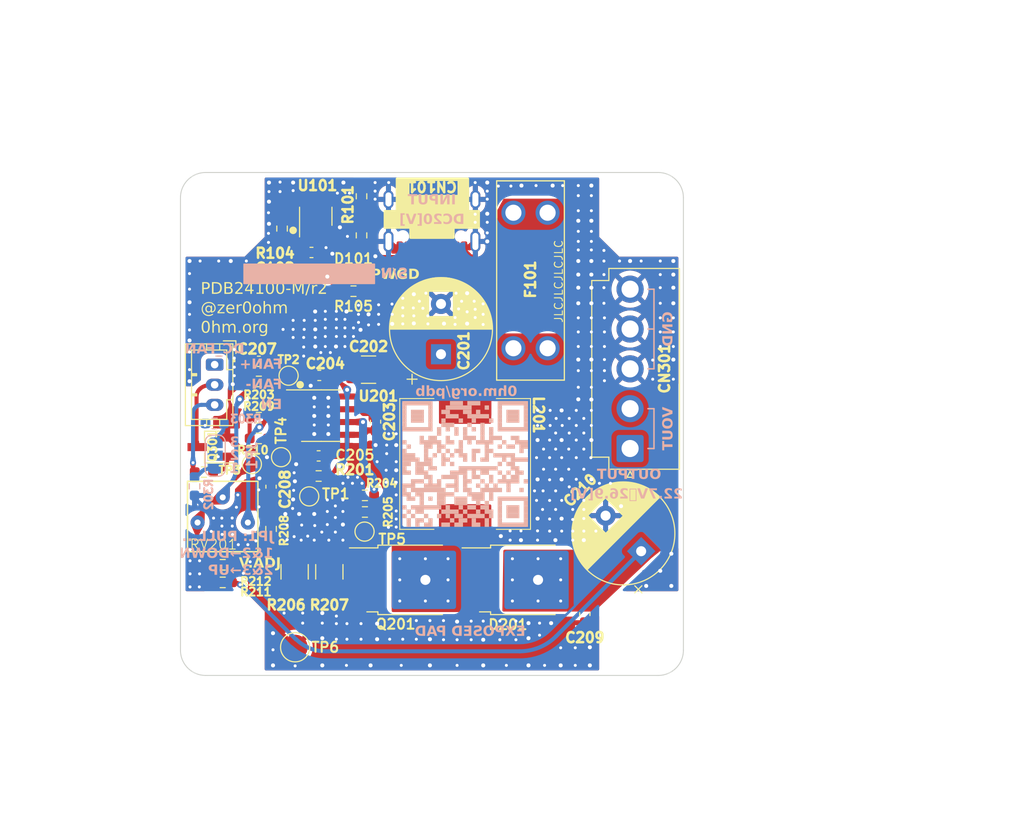
<source format=kicad_pcb>
(kicad_pcb (version 20221018) (generator pcbnew)
  (layers (0 "F.Cu" signal) (1 "In1.Cu" signal) (2 "In2.Cu" signal) (31 "B.Cu" signal) (34 "B.Paste" user) (35 "F.Paste" user) (36 "B.SilkS" user "B.Silkscreen") (37 "F.SilkS" user "F.Silkscreen") (38 "B.Mask" user) (39 "F.Mask" user) (44 "Edge.Cuts" user))
  (net 0 "")
  (net 1 "VDC")
  (net 2 "GND")
  (net 3 "Net-(U101-VDD)")
  (net 4 "VCC")
  (net 5 "/VREF")
  (net 6 "/COMP")
  (net 7 "/RC")
  (net 8 "+24V")
  (net 9 "/VFB")
  (net 10 "/CC1")
  (net 14 "/CC2")
  (net 18 "/ISENSE")
  (net 19 "Net-(Q201-D)")
  (net 20 "Net-(Q201-S)")
  (net 21 "Net-(U101-CFG)")
  (net 22 "Net-(Q201-G)")
  (net 23 "/OUT")
  (net 24 "Net-(R209-Pad1)")
  (net 25 "Net-(D101-K)")
  (net 26 "Net-(D101-A)")
  (net 27 "Net-(CN302-Pin_2)")
  (net 28 "/FAN_EN")
  (net 29 "Net-(R209-Pad2)")
  (net 30 "Net-(JP1-A)")
  (net 31 "Net-(JP1-C)")
  (net 32 "Net-(JP1-B)")
  (net 33 "Net-(R211-Pad1)")
  (footprint "TestPoint:TestPoint_Pad_D2.5mm" (layer "F.Cu") (at 61.4 147.2)
    (fp_text reference "TP6")
    (fp_text value "GND")
  )
  (footprint "Resistor_SMD:R_1210_3225Metric_Pad1.30x2.65mm_HandSolder" (layer "F.Cu") (at 61.35 139.7 -90)
    (fp_text reference "R206")
    (fp_text value "0.1R")
  )
  (footprint "MountingHole:MountingHole_3.2mm_M3_DIN965" (layer "F.Cu") (at 55 105)
    (fp_text reference "MH3" hide)
    (fp_text value "MountingHole_3.2mm_M3_DIN965" hide)
  )
  (footprint "Connector_JST:JST_VH_B5P-VH_1x05_P3.96mm_Vertical" (layer "F.Cu") (at 94.7 127.44 90)
    (fp_text reference "CN301")
    (fp_text value "B5P-VH")
  )
  (footprint "Capacitor_SMD:C_0603_1608Metric_Pad1.08x0.95mm_HandSolder" (layer "F.Cu") (at 59.005 131.235 90)
    (fp_text reference "C208")
    (fp_text value "470p")
  )
  (footprint "Resistor_SMD:R_0603_1608Metric_Pad0.98x0.95mm_HandSolder" (layer "F.Cu") (at 54.2 139)
    (fp_text reference "R212")
    (fp_text value "0R")
  )
  (footprint "Package_TO_SOT_SMD:SOT-23-6_Handsoldering" (layer "F.Cu") (at 63.45 104.35 90)
    (fp_text reference "U101")
    (fp_text value "CH221K")
  )
  (footprint "Resistor_SMD:R_0603_1608Metric_Pad0.98x0.95mm_HandSolder" (layer "F.Cu") (at 57.7925 120.7725 180)
    (fp_text reference "R203")
    (fp_text value "100k")
  )
  (footprint "Package_TO_SOT_SMD:SOT-23_Handsoldering" (layer "F.Cu") (at 53.15 127.3 180)
    (fp_text reference "Q301")
    (fp_text value "2N7002K")
  )
  (footprint "Capacitor_SMD:C_0603_1608Metric_Pad1.08x0.95mm_HandSolder" (layer "F.Cu") (at 57.7925 118.7725)
    (fp_text reference "C207")
    (fp_text value "1000p")
  )
  (footprint "Resistor_SMD:R_0603_1608Metric_Pad0.98x0.95mm_HandSolder" (layer "F.Cu") (at 68.3375 132.1 180)
    (fp_text reference "R204")
    (fp_text value "4.7R")
  )
  (footprint "Resistor_SMD:R_0603_1608Metric_Pad0.98x0.95mm_HandSolder" (layer "F.Cu") (at 57.7925 126.44 180)
    (fp_text reference "R210")
    (fp_text value "100R")
  )
  (footprint "Resistor_SMD:R_1210_3225Metric_Pad1.30x2.65mm_HandSolder" (layer "F.Cu") (at 64.8 139.7 -90)
    (fp_text reference "R207")
    (fp_text value "0.1R")
  )
  (footprint "Capacitor_SMD:C_0603_1608Metric_Pad1.08x0.95mm_HandSolder" (layer "F.Cu") (at 69.3925 124.7725 -90)
    (fp_text reference "C203")
    (fp_text value "0.1u")
  )
  (footprint "Resistor_SMD:R_0603_1608Metric_Pad0.98x0.95mm_HandSolder" (layer "F.Cu") (at 63.7375 130.175)
    (fp_text reference "R201")
    (fp_text value "7.5k")
  )
  (footprint "TestPoint:TestPoint_Pad_D1.5mm" (layer "F.Cu") (at 57.1 129)
    (fp_text reference "TP3")
    (fp_text value "VFB")
  )
  (footprint "Resistor_SMD:R_0603_1608Metric_Pad0.98x0.95mm_HandSolder" (layer "F.Cu") (at 68 102.3625 90)
    (fp_text reference "R101")
    (fp_text value "5.1k")
  )
  (footprint "Resistor_SMD:R_0603_1608Metric_Pad0.98x0.95mm_HandSolder" (layer "F.Cu") (at 52.33 129.78)
    (fp_text reference "R301" hide)
    (fp_text value "4.7R")
  )
  (footprint "MountingHole:MountingHole_3.2mm_M3_DIN965" (layer "F.Cu") (at 95 145)
    (fp_text reference "MH2" hide)
    (fp_text value "MountingHole_3.2mm_M3_DIN965" hide)
  )
  (footprint "Capacitor_SMD:C_0603_1608Metric_Pad1.08x0.95mm_HandSolder" (layer "F.Cu") (at 90.2 143.9 -90)
    (fp_text reference "C209")
    (fp_text value "0.1u")
  )
  (footprint "Resistor_SMD:R_0603_1608Metric_Pad0.98x0.95mm_HandSolder" (layer "F.Cu") (at 63.025 109.74 180)
    (fp_text reference "R103" hide)
    (fp_text value "1k")
  )
  (footprint "SRP1265CC:SRP1265CC" (layer "F.Cu") (at 78.3 128.975 -90)
    (fp_text reference "L201")
    (fp_text value "15uH")
  )
  (footprint "Capacitor_THT:CP_Radial_D10.0mm_P5.00mm" (layer "F.Cu") (at 95.8 137.65 135)
    (fp_text reference "C210")
    (fp_text value "470u")
  )
  (footprint "LED_SMD:LED_0603_1608Metric_Pad1.05x0.95mm_HandSolder" (layer "F.Cu") (at 67.2 110)
    (fp_text reference "D101")
    (fp_text value "LED")
  )
  (footprint "Resistor_SMD:R_0603_1608Metric_Pad0.98x0.95mm_HandSolder" (layer "F.Cu") (at 68 106.25 90)
    (fp_text reference "R102" hide)
    (fp_text value "5.1k")
  )
  (footprint "Capacitor_THT:CP_Radial_D10.0mm_P5.00mm" (layer "F.Cu") (at 75.9 118.067677 90)
    (fp_text reference "C201")
    (fp_text value "470u")
  )
  (footprint "Resistor_SMD:R_0603_1608Metric_Pad0.98x0.95mm_HandSolder" (layer "F.Cu") (at 59.005 135.435 -90)
    (fp_text reference "R208")
    (fp_text value "1k")
  )
  (footprint "TestPoint:TestPoint_Pad_D1.5mm" (layer "F.Cu") (at 68.3 135.7)
    (fp_text reference "TP5")
    (fp_text value "PWRFET_G")
  )
  (footprint "Resistor_SMD:R_0603_1608Metric_Pad0.98x0.95mm_HandSolder" (layer "F.Cu") (at 57.7875 124.375)
    (fp_text reference "R209")
    (fp_text value "4.7k")
  )
  (footprint "Resistor_SMD:R_0603_1608Metric_Pad0.98x0.95mm_HandSolder" (layer "F.Cu") (at 54.2 140.75)
    (fp_text reference "R211")
    (fp_text value "47k")
  )
  (footprint "Capacitor_SMD:C_0603_1608Metric_Pad1.08x0.95mm_HandSolder" (layer "F.Cu") (at 63.025 107.95)
    (fp_text reference "C102")
    (fp_text value "1u")
  )
  (footprint "MountingHole:MountingHole_3.2mm_M3_DIN965" (layer "F.Cu") (at 95 105)
    (fp_text reference "MH4" hide)
    (fp_text value "MountingHole_3.2mm_M3_DIN965" hide)
  )
  (footprint "Capacitor_SMD:C_0603_1608Metric_Pad1.08x0.95mm_HandSolder" (layer "F.Cu") (at 63.8 120.1725 180)
    (fp_text reference "C204")
    (fp_text value "1u")
  )
  (footprint "Package_SO:SO-8_3.9x4.9mm_P1.27mm" (layer "F.Cu") (at 63.9925 124.1725)
    (fp_text reference "U201")
    (fp_text value "LM3843")
  )
  (footprint "TestPoint:TestPoint_Pad_D1.5mm" (layer "F.Cu") (at 60 128.3)
    (fp_text reference "TP4")
    (fp_text value "SENSE")
  )
  (footprint "Connector_USB:USB_C_Receptacle_GCT_USB4105-xx-A_16P_TopMnt_Horizontal" (layer "F.Cu") (at 75 103.75 180)
    (fp_text reference "CN101")
    (fp_text value "USB4105-GF-A")
  )
  (footprint "Capacitor_SMD:C_0603_1608Metric_Pad1.08x0.95mm_HandSolder" (layer "F.Cu") (at 63.7375 128.175)
    (fp_text reference "C205")
    (fp_text value "1000p")
  )
  (footprint "Capacitor_SMD:C_1210_3225Metric_Pad1.33x2.70mm_HandSolder" (layer "F.Cu") (at 68.7 119.6 180)
    (fp_text reference "C202")
    (fp_text value "10u")
  )
  (footprint "Resistor_SMD:R_0603_1608Metric_Pad0.98x0.95mm_HandSolder" (layer "F.Cu") (at 68.3375 133.75 180)
    (fp_text reference "R205")
    (fp_text value "100k")
  )
  (footprint "Resistor_SMD:R_0603_1608Metric_Pad0.98x0.95mm_HandSolder" (layer "F.Cu") (at 67.2 111.8)
    (fp_text reference "R105")
    (fp_text value "3.6k")
  )
  (footprint "Resistor_SMD:R_0603_1608Metric_Pad0.98x0.95mm_HandSolder" (layer "F.Cu") (at 60.1 105.575 90)
    (fp_text reference "R104")
    (fp_text value "200k")
  )
  (footprint "TO-252:TO-252-Handsoldering" (layer "F.Cu") (at 84.14 140.5)
    (fp_text reference "D201")
    (fp_text value "RBR20BM40AFH")
  )
  (footprint "Connector_JST:JST_PH_B3B-PH-K_1x03_P2.00mm_Vertical" (layer "F.Cu") (at 53.4 119.1 -90)
    (fp_text reference "CN302" hide)
    (fp_text value "B3B-PH-K")
  )
  (footprint "Potentiometer_TOCOS_GF063P:Potentiometer_TOCOS_GF063P" (layer "F.Cu") (at 54.2 134.2)
    (fp_text reference "RV201")
    (fp_text value "1k")
  )
  (footprint "TestPoint:TestPoint_Pad_D1.5mm" (layer "F.Cu") (at 62.8 132.2)
    (fp_text reference "TP1")
    (fp_text value "RTCT")
  )
  (footprint "TestPoint:TestPoint_Pad_D1.5mm" (layer "F.Cu") (at 60.75 120.2)
    (fp_text reference "TP2")
    (fp_text value "COMP")
  )
  (footprint "TO-252:TO-252-Handsoldering" (layer "F.Cu") (at 72.94 140.5)
    (fp_text reference "Q201")
    (fp_text value "RD3G03BBG")
  )
  (footprint "MountingHole:MountingHole_3.2mm_M3_DIN965" (layer "F.Cu") (at 55 145)
    (fp_text reference "MH1" hide)
    (fp_text value "MountingHole_3.2mm_M3_DIN965" hide)
  )
  (footprint "3557-15:FUSE_3557-15" (layer "F.Cu") (at 84.8 110.735 -90)
    (fp_text reference "F101")
    (fp_text value "3557-15")
  )
  (footprint "Resistor_SMD:R_0603_1608Metric_Pad0.98x0.95mm_HandSolder" (layer "B.Cu") (at 51.4 131.2 90)
    (fp_text reference "R302")
    (fp_text value "100k")
  )
  (footprint "Jumper:SolderJumper-3_P1.3mm_Open_RoundedPad1.0x1.5mm_NumberLabels" (layer "B.Cu") (at 53.45 128.15 90)
    (fp_text reference "JP1")
    (fp_text value "SolderJumper_3_Open")
  )
  (footprint "Resistor_SMD:R_0603_1608Metric_Pad0.98x0.95mm_HandSolder" (layer "B.Cu") (at 53.4 124.95 180)
    (fp_text reference "R303")
    (fp_text value "100k")
  )
  (gr_poly (pts (xy 83.692708 127.898396) (xy 84.123979 127.898396) (xy 84.123979 127.467125) (xy 83.692708 127.467125)) (fill solid) (layer "B.SilkS"))
  (gr_poly (pts (xy 72.479667 132.642375) (xy 73.342209 132.642375) (xy 73.342209 132.211104) (xy 72.479667 132.211104)) (fill solid) (layer "B.SilkS"))
  (gr_poly (pts (xy 78.086188 126.173313) (xy 78.517459 126.173313) (xy 78.517459 125.742042) (xy 78.086188 125.742042)) (fill solid) (layer "B.SilkS"))
  (gr_poly (pts (xy 81.536354 125.742042) (xy 84.55525 125.742042) (xy 84.55525 125.310771) (xy 81.536354 125.310771)) (fill solid) (layer "B.SilkS"))
  (gr_poly (pts (xy 72.048396 130.05475) (xy 72.910937 130.05475) (xy 72.910937 129.623479) (xy 72.048396 129.623479)) (fill solid) (layer "B.SilkS"))
  (gr_poly (pts (xy 78.517459 124.448229) (xy 80.673813 124.448229) (xy 80.673813 124.016958) (xy 78.517459 124.016958)) (fill solid) (layer "B.SilkS"))
  (gr_poly (pts (xy 82.398896 134.367459) (xy 83.692708 134.367459) (xy 83.692708 133.936187) (xy 82.398896 133.936187)) (fill solid) (layer "B.SilkS"))
  (gr_poly (pts (xy 84.123979 134.367459) (xy 84.55525 134.367459) (xy 84.55525 133.936187) (xy 84.123979 133.936187)) (fill solid) (layer "B.SilkS"))
  (gr_poly (pts (xy 84.123979 125.310771) (xy 84.55525 125.310771) (xy 84.55525 124.8795) (xy 84.123979 124.8795)) (fill solid) (layer "B.SilkS"))
  (gr_poly (pts (xy 81.536354 132.642375) (xy 84.55525 132.642375) (xy 84.55525 132.211104) (xy 81.536354 132.211104)) (fill solid) (layer "B.SilkS"))
  (gr_poly (pts (xy 79.811271 126.604583) (xy 80.242542 126.604583) (xy 80.242542 126.173313) (xy 79.811271 126.173313)) (fill solid) (layer "B.SilkS"))
  (gr_poly (pts (xy 82.398896 131.779833) (xy 82.830167 131.779833) (xy 82.830167 131.348562) (xy 82.398896 131.348562)) (fill solid) (layer "B.SilkS"))
  (gr_poly (pts (xy 77.654917 134.798729) (xy 78.517459 134.798729) (xy 78.517459 134.367459) (xy 77.654917 134.367459)) (fill solid) (layer "B.SilkS"))
  (gr_poly (pts (xy 72.910937 134.367459) (xy 73.342209 134.367459) (xy 73.342209 133.936187) (xy 72.910937 133.936187)) (fill solid) (layer "B.SilkS"))
  (gr_poly (pts (xy 80.673813 126.173313) (xy 81.105083 126.173313) (xy 81.105083 125.742042) (xy 80.673813 125.742042)) (fill solid) (layer "B.SilkS"))
  (gr_poly (pts (xy 79.811271 133.504916) (xy 80.673813 133.504916) (xy 80.673813 133.073645) (xy 79.811271 133.073645)) (fill solid) (layer "B.SilkS"))
  (gr_poly (pts (xy 80.673813 132.642375) (xy 81.105083 132.642375) (xy 81.105083 132.211104) (xy 80.673813 132.211104)) (fill solid) (layer "B.SilkS"))
  (gr_poly (pts (xy 76.361104 131.348562) (xy 77.654917 131.348562) (xy 77.654917 130.917292) (xy 76.361104 130.917292)) (fill solid) (layer "B.SilkS"))
  (gr_poly (pts (xy 78.517459 123.154417) (xy 79.811271 123.154417) (xy 79.811271 122.723146) (xy 78.517459 122.723146)) (fill solid) (layer "B.SilkS"))
  (gr_poly (pts (xy 74.204751 127.898396) (xy 74.636021 127.898396) (xy 74.636021 127.467125) (xy 74.204751 127.467125)) (fill solid) (layer "B.SilkS"))
  (gr_poly (pts (xy 73.342209 130.05475) (xy 74.636021 130.05475) (xy 74.636021 129.623479) (xy 73.342209 129.623479)) (fill solid) (layer "B.SilkS"))
  (gr_poly (pts (xy 82.830167 129.623479) (xy 83.692708 129.623479) (xy 83.692708 129.192208) (xy 82.830167 129.192208)) (fill solid) (layer "B.SilkS"))
  (gr_poly (pts (xy 72.910937 124.8795) (xy 74.204751 124.8795) (xy 74.204751 124.448229) (xy 72.910937 124.448229)) (fill solid) (layer "B.SilkS"))
  (gr_poly (pts (xy 78.517459 132.211104) (xy 80.242542 132.211104) (xy 80.242542 131.779833) (xy 78.517459 131.779833)) (fill solid) (layer "B.SilkS"))
  (gr_poly (pts (xy 74.204751 135.23) (xy 75.067292 135.23) (xy 75.067292 134.798729) (xy 74.204751 134.798729)) (fill solid) (layer "B.SilkS"))
  (gr_poly (pts (xy 84.123979 133.936187) (xy 84.55525 133.936187) (xy 84.55525 133.504916) (xy 84.123979 133.504916)) (fill solid) (layer "B.SilkS"))
  (gr_poly (pts (xy 81.536354 135.23) (xy 84.55525 135.23) (xy 84.55525 134.798729) (xy 81.536354 134.798729)) (fill solid) (layer "B.SilkS"))
  (gr_poly (pts (xy 75.067292 128.329667) (xy 75.498563 128.329667) (xy 75.498563 127.898396) (xy 75.067292 127.898396)) (fill solid) (layer "B.SilkS"))
  (gr_poly (pts (xy 81.536354 134.367459) (xy 81.967625 134.367459) (xy 81.967625 133.936187) (xy 81.536354 133.936187)) (fill solid) (layer "B.SilkS"))
  (gr_poly (pts (xy 82.398896 127.467125) (xy 83.261438 127.467125) (xy 83.261438 127.035854) (xy 82.398896 127.035854)) (fill solid) (layer "B.SilkS"))
  (gr_poly (pts (xy 83.692708 127.467125) (xy 84.55525 127.467125) (xy 84.55525 127.035854) (xy 83.692708 127.035854)) (fill solid) (layer "B.SilkS"))
  (gr_poly (pts (xy 74.204751 130.48602) (xy 75.067292 130.48602) (xy 75.067292 130.05475) (xy 74.204751 130.05475)) (fill solid) (layer "B.SilkS"))
  (gr_poly (pts (xy 76.361104 123.585688) (xy 78.948729 123.585688) (xy 78.948729 123.154417) (xy 76.361104 123.154417)) (fill solid) (layer "B.SilkS"))
  (gr_poly (pts (xy 80.242542 123.585688) (xy 80.673813 123.585688) (xy 80.673813 123.154417) (xy 80.242542 123.154417)) (fill solid) (layer "B.SilkS"))
  (gr_poly (pts (xy 72.048396 131.779833) (xy 72.479667 131.779833) (xy 72.479667 131.348562) (xy 72.048396 131.348562)) (fill solid) (layer "B.SilkS"))
  (gr_poly (pts (xy 79.38 124.016958) (xy 79.811271 124.016958) (xy 79.811271 123.585688) (xy 79.38 123.585688)) (fill solid) (layer "B.SilkS"))
  (gr_poly (pts (xy 79.38 133.073645) (xy 79.811271 133.073645) (xy 79.811271 132.642375) (xy 79.38 132.642375)) (fill solid) (layer "B.SilkS"))
  (gr_poly (pts (xy 74.636021 132.642375) (xy 75.067292 132.642375) (xy 75.067292 132.211104) (xy 74.636021 132.211104)) (fill solid) (layer "B.SilkS"))
  (gr_poly (pts (xy 75.929834 128.760937) (xy 76.792376 128.760937) (xy 76.792376 128.329667) (xy 75.929834 128.329667)) (fill solid) (layer "B.SilkS"))
  (gr_poly (pts (xy 74.204751 134.367459) (xy 74.636021 134.367459) (xy 74.636021 133.936187) (xy 74.204751 133.936187)) (fill solid) (layer "B.SilkS"))
  (gr_line (start 97.075 115.56) (end 96.475 115.56) (stroke (width 0.15)) (layer "B.SilkS"))
  (gr_poly (pts (xy 82.398896 133.504916) (xy 83.692708 133.504916) (xy 83.692708 133.073645) (xy 82.398896 133.073645)) (fill solid) (layer "B.SilkS"))
  (gr_poly (pts (xy 83.261438 130.05475) (xy 84.123979 130.05475) (xy 84.123979 129.623479) (xy 83.261438 129.623479)) (fill solid) (layer "B.SilkS"))
  (gr_poly (pts (xy 72.048396 124.8795) (xy 72.479667 124.8795) (xy 72.479667 124.448229) (xy 72.048396 124.448229)) (fill solid) (layer "B.SilkS"))
  (gr_poly (pts (xy 76.361104 124.448229) (xy 77.654917 124.448229) (xy 77.654917 124.016958) (xy 76.361104 124.016958)) (fill solid) (layer "B.SilkS"))
  (gr_poly (pts (xy 77.654917 129.623479) (xy 81.536354 129.623479) (xy 81.536354 129.192208) (xy 77.654917 129.192208)) (fill solid) (layer "B.SilkS"))
  (gr_poly (pts (xy 72.479667 135.23) (xy 72.910937 135.23) (xy 72.910937 134.798729) (xy 72.479667 134.798729)) (fill solid) (layer "B.SilkS"))
  (gr_poly (pts (xy 75.929834 135.23) (xy 76.792376 135.23) (xy 76.792376 134.798729) (xy 75.929834 134.798729)) (fill solid) (layer "B.SilkS"))
  (gr_poly (pts (xy 72.910937 131.779833) (xy 76.361104 131.779833) (xy 76.361104 131.348562) (xy 72.910937 131.348562)) (fill solid) (layer "B.SilkS"))
  (gr_poly (pts (xy 77.223646 132.642375) (xy 78.517459 132.642375) (xy 78.517459 132.211104) (xy 77.223646 132.211104)) (fill solid) (layer "B.SilkS"))
  (gr_poly (pts (xy 78.086188 133.936187) (xy 78.517459 133.936187) (xy 78.517459 133.504916) (xy 78.086188 133.504916)) (fill solid) (layer "B.SilkS"))
  (gr_line (start 97.075 119.52) (end 96.475 119.52) (stroke (width 0.15)) (layer "B.SilkS"))
  (gr_poly (pts (xy 80.242542 135.23) (xy 80.673813 135.23) (xy 80.673813 134.798729) (xy 80.242542 134.798729)) (fill solid) (layer "B.SilkS"))
  (gr_poly (pts (xy 78.086188 131.779833) (xy 78.948729 131.779833) (xy 78.948729 131.348562) (xy 78.086188 131.348562)) (fill solid) (layer "B.SilkS"))
  (gr_poly (pts (xy 84.123979 133.504916) (xy 84.55525 133.504916) (xy 84.55525 133.073645) (xy 84.123979 133.073645)) (fill solid) (layer "B.SilkS"))
  (gr_poly (pts (xy 79.811271 126.173313) (xy 80.242542 126.173313) (xy 80.242542 125.742042) (xy 79.811271 125.742042)) (fill solid) (layer "B.SilkS"))
  (gr_poly (pts (xy 75.498563 127.898396) (xy 75.929834 127.898396) (xy 75.929834 127.467125) (xy 75.498563 127.467125)) (fill solid) (layer "B.SilkS"))
  (gr_poly (pts (xy 76.361104 126.604583) (xy 76.792376 126.604583) (xy 76.792376 126.173313) (xy 76.361104 126.173313)) (fill solid) (layer "B.SilkS"))
  (gr_poly (pts (xy 77.223646 135.23) (xy 78.086188 135.23) (xy 78.086188 134.798729) (xy 77.223646 134.798729)) (fill solid) (layer "B.SilkS"))
  (gr_poly (pts (xy 77.223646 130.917292) (xy 77.654917 130.917292) (xy 77.654917 130.48602) (xy 77.223646 130.48602)) (fill solid) (layer "B.SilkS"))
  (gr_poly (pts (xy 79.38 127.035854) (xy 81.105083 127.035854) (xy 81.105083 126.604583) (xy 79.38 126.604583)) (fill solid) (layer "B.SilkS"))
  (gr_poly (pts (xy 78.517459 134.367458) (xy 80.242542 134.367458) (xy 80.242542 133.936187) (xy 78.517459 133.936187)) (fill solid) (layer "B.SilkS"))
  (gr_poly (pts (xy 77.223646 134.367458) (xy 78.086188 134.367458) (xy 78.086188 133.936187) (xy 77.223646 133.936187)) (fill solid) (layer "B.SilkS"))
  (gr_poly (pts (xy 76.792376 134.798729) (xy 77.223646 134.798729) (xy 77.223646 134.367459) (xy 76.792376 134.367459)) (fill solid) (layer "B.SilkS"))
  (gr_poly (pts (xy 81.967625 128.760937) (xy 82.398896 128.760937) (xy 82.398896 128.329667) (xy 81.967625 128.329667)) (fill solid) (layer "B.SilkS"))
  (gr_poly (pts (xy 81.536354 129.192208) (xy 81.967625 129.192208) (xy 81.967625 128.760937) (xy 81.536354 128.760937)) (fill solid) (layer "B.SilkS"))
  (gr_poly (pts (xy 75.929834 124.016958) (xy 76.792376 124.016958) (xy 76.792376 123.585688) (xy 75.929834 123.585688)) (fill solid) (layer "B.SilkS"))
  (gr_poly (pts (xy 80.242542 128.329667) (xy 80.673813 128.329667) (xy 80.673813 127.898396) (xy 80.242542 127.898396)) (fill solid) (layer "B.SilkS"))
  (gr_poly (pts (xy 84.123979 134.798729) (xy 84.55525 134.798729) (xy 84.55525 134.367459) (xy 84.123979 134.367459)) (fill solid) (layer "B.SilkS"))
  (gr_poly (pts (xy 72.048396 128.760937) (xy 73.77348 128.760937) (xy 73.77348 128.329667) (xy 72.048396 128.329667)) (fill solid) (layer "B.SilkS"))
  (gr_poly (pts (xy 84.123979 130.917292) (xy 84.55525 130.917292) (xy 84.55525 130.48602) (xy 84.123979 130.48602)) (fill solid) (layer "B.SilkS"))
  (gr_poly (pts (xy 74.636021 130.917292) (xy 75.067292 130.917292) (xy 75.067292 130.48602) (xy 74.636021 130.48602)) (fill solid) (layer "B.SilkS"))
  (gr_poly (pts (xy 78.517459 125.310771) (xy 78.948729 125.310771) (xy 78.948729 124.8795) (xy 78.517459 124.8795)) (fill solid) (layer "B.SilkS"))
  (gr_poly (pts (xy 80.673813 130.917292) (xy 81.105083 130.917292) (xy 81.105083 130.48602) (xy 80.673813 130.48602)) (fill solid) (layer "B.SilkS"))
  (gr_poly (pts (xy 77.223646 131.779833) (xy 77.654917 131.779833) (xy 77.654917 131.348562) (xy 77.223646 131.348562)) (fill solid) (layer "B.SilkS"))
  (gr_poly (pts (xy 72.048396 129.623479) (xy 72.479667 129.623479) (xy 72.479667 129.192208) (xy 72.048396 129.192208)) (fill solid) (layer "B.SilkS"))
  (gr_poly (pts (xy 73.342209 133.936187) (xy 74.204751 133.936187) (xy 74.204751 133.504916) (xy 73.342209 133.504916)) (fill solid) (layer "B.SilkS"))
  (gr_poly (pts (xy 78.086188 131.348562) (xy 78.517459 131.348562) (xy 78.517459 130.917292) (xy 78.086188 130.917292)) (fill solid) (layer "B.SilkS"))
  (gr_poly (pts (xy 73.77348 126.604583) (xy 74.204751 126.604583) (xy 74.204751 126.173313) (xy 73.77348 126.173313)) (fill solid) (layer "B.SilkS"))
  (gr_poly (pts (xy 82.398896 130.05475) (xy 82.830167 130.05475) (xy 82.830167 129.623479) (xy 82.398896 129.623479)) (fill solid) (layer "B.SilkS"))
  (gr_poly (pts (xy 74.636021 124.016958) (xy 75.067292 124.016958) (xy 75.067292 123.585688) (xy 74.636021 123.585688)) (fill solid) (layer "B.SilkS"))
  (gr_poly (pts (xy 75.498563 126.173313) (xy 75.929834 126.173313) (xy 75.929834 125.742042) (xy 75.498563 125.742042)) (fill solid) (layer "B.SilkS"))
  (gr_poly (pts (xy 72.048396 125.742042) (xy 75.067292 125.742042) (xy 75.067292 125.310771) (xy 72.048396 125.310771)) (fill solid) (layer "B.SilkS"))
  (gr_poly (pts (xy 80.673813 126.604583) (xy 81.967625 126.604583) (xy 81.967625 126.173313) (xy 80.673813 126.173313)) (fill solid) (layer "B.SilkS"))
  (gr_poly (pts (xy 73.342209 134.798729) (xy 74.204751 134.798729) (xy 74.204751 134.367459) (xy 73.342209 134.367459)) (fill solid) (layer "B.SilkS"))
  (gr_poly (pts (xy 78.948729 127.898396) (xy 79.811271 127.898396) (xy 79.811271 127.467125) (xy 78.948729 127.467125)) (fill solid) (layer "B.SilkS"))
  (gr_poly (pts (xy 73.77348 133.073645) (xy 74.204751 133.073645) (xy 74.204751 132.642375) (xy 73.77348 132.642375)) (fill solid) (layer "B.SilkS"))
  (gr_poly (pts (xy 84.123979 124.448229) (xy 84.55525 124.448229) (xy 84.55525 124.016958) (xy 84.123979 124.016958)) (fill solid) (layer "B.SilkS"))
  (gr_poly (pts (xy 82.398896 133.936187) (xy 83.692708 133.936187) (xy 83.692708 133.504916) (xy 82.398896 133.504916)) (fill solid) (layer "B.SilkS"))
  (gr_poly (pts (xy 72.479667 134.798729) (xy 72.910937 134.798729) (xy 72.910937 134.367459) (xy 72.479667 134.367459)) (fill solid) (layer "B.SilkS"))
  (gr_poly (pts (xy 74.204751 128.760937) (xy 75.067292 128.760937) (xy 75.067292 128.329667) (xy 74.204751 128.329667)) (fill solid) (layer "B.SilkS"))
  (gr_poly (pts (xy 75.929834 128.329667) (xy 76.361104 128.329667) (xy 76.361104 127.898396) (xy 75.929834 127.898396)) (fill solid) (layer "B.SilkS"))
  (gr_poly (pts (xy 74.636021 134.798729) (xy 75.067292 134.798729) (xy 75.067292 134.367459) (xy 74.636021 134.367459)) (fill solid) (layer "B.SilkS"))
  (gr_poly (pts (xy 77.223646 126.173313) (xy 77.654917 126.173313) (xy 77.654917 125.742042) (xy 77.223646 125.742042)) (fill solid) (layer "B.SilkS"))
  (gr_poly (pts (xy 77.654917 124.8795) (xy 78.086188 124.8795) (xy 78.086188 124.448229) (xy 77.654917 124.448229)) (fill solid) (layer "B.SilkS"))
  (gr_poly (pts (xy 77.223646 125.742042) (xy 77.654917 125.742042) (xy 77.654917 125.310771) (xy 77.223646 125.310771)) (fill solid) (layer "B.SilkS"))
  (gr_poly (pts (xy 74.636021 124.8795) (xy 75.067292 124.8795) (xy 75.067292 124.448229) (xy 74.636021 124.448229)) (fill solid) (layer "B.SilkS"))
  (gr_rect (start 56.3 109.1) (end 69.3 111.05) (stroke (width 0.1)) (fill solid) (layer "B.SilkS"))
  (gr_poly (pts (xy 73.342209 132.211104) (xy 74.204751 132.211104) (xy 74.204751 131.779833) (xy 73.342209 131.779833)) (fill solid) (layer "B.SilkS"))
  (gr_poly (pts (xy 73.77348 132.642375) (xy 74.204751 132.642375) (xy 74.204751 132.211104) (xy 73.77348 132.211104)) (fill solid) (layer "B.SilkS"))
  (gr_poly (pts (xy 81.105083 131.348562) (xy 81.536354 131.348562) (xy 81.536354 130.917292) (xy 81.105083 130.917292)) (fill solid) (layer "B.SilkS"))
  (gr_poly (pts (xy 72.048396 128.329667) (xy 73.342209 128.329667) (xy 73.342209 127.898396) (xy 72.048396 127.898396)) (fill solid) (layer "B.SilkS"))
  (gr_poly (pts (xy 74.636021 123.585688) (xy 75.067292 123.585688) (xy 75.067292 123.154417) (xy 74.636021 123.154417)) (fill solid) (layer "B.SilkS"))
  (gr_poly (pts (xy 72.048396 131.348562) (xy 73.342209 131.348562) (xy 73.342209 130.917292) (xy 72.048396 130.917292)) (fill solid) (layer "B.SilkS"))
  (gr_poly (pts (xy 84.123979 123.585688) (xy 84.55525 123.585688) (xy 84.55525 123.154417) (xy 84.123979 123.154417)) (fill solid) (layer "B.SilkS"))
  (gr_poly (pts (xy 79.38 131.348562) (xy 79.811271 131.348562) (xy 79.811271 130.917292) (xy 79.38 130.917292)) (fill solid) (layer "B.SilkS"))
  (gr_poly (pts (xy 80.673813 134.367459) (xy 81.105083 134.367459) (xy 81.105083 133.936187) (xy 80.673813 133.936187)) (fill solid) (layer "B.SilkS"))
  (gr_poly (pts (xy 81.536354 123.585688) (xy 81.967625 123.585688) (xy 81.967625 123.154417) (xy 81.536354 123.154417)) (fill solid) (layer "B.SilkS"))
  (gr_poly (pts (xy 77.654917 127.467125) (xy 78.086188 127.467125) (xy 78.086188 127.035854) (xy 77.654917 127.035854)) (fill solid) (layer "B.SilkS"))
  (gr_poly (pts (xy 72.048396 127.035854) (xy 72.479667 127.035854) (xy 72.479667 126.604583) (xy 72.048396 126.604583)) (fill solid) (layer "B.SilkS"))
  (gr_poly (pts (xy 78.517459 127.035854) (xy 78.948729 127.035854) (xy 78.948729 126.604583) (xy 78.517459 126.604583)) (fill solid) (layer "B.SilkS"))
  (gr_poly (pts (xy 76.361104 134.367459) (xy 76.792376 134.367459) (xy 76.792376 133.936187) (xy 76.361104 133.936187)) (fill solid) (layer "B.SilkS"))
  (gr_poly (pts (xy 80.242542 131.348562) (xy 80.673813 131.348562) (xy 80.673813 130.917292) (xy 80.242542 130.917292)) (fill solid) (layer "B.SilkS"))
  (gr_poly (pts (xy 77.654917 128.329667) (xy 78.517459 128.329667) (xy 78.517459 127.898396) (xy 77.654917 127.898396)) (fill solid) (layer "B.SilkS"))
  (gr_poly (pts (xy 79.811271 128.760937) (xy 80.673813 128.760937) (xy 80.673813 128.329667) (xy 79.811271 128.329667)) (fill solid) (layer "B.SilkS"))
  (gr_poly (pts (xy 79.811271 130.05475) (xy 80.673813 130.05475) (xy 80.673813 129.623479) (xy 79.811271 129.623479)) (fill solid) (layer "B.SilkS"))
  (gr_line (start 97.075 111.6) (end 97.075 119.52) (stroke (width 0.15)) (layer "B.SilkS"))
  (gr_poly (pts (xy 75.929834 130.48602) (xy 77.654917 130.48602) (xy 77.654917 130.05475) (xy 75.929834 130.05475)) (fill solid) (layer "B.SilkS"))
  (gr_poly (pts (xy 76.361104 125.742042) (xy 76.792376 125.742042) (xy 76.792376 125.310771) (xy 76.361104 125.310771)) (fill solid) (layer "B.SilkS"))
  (gr_poly (pts (xy 81.536354 124.8795) (xy 81.967625 124.8795) (xy 81.967625 124.448229) (xy 81.536354 124.448229)) (fill solid) (layer "B.SilkS"))
  (gr_poly (pts (xy 82.398896 124.8795) (xy 83.692708 124.8795) (xy 83.692708 124.448229) (xy 82.398896 124.448229)) (fill solid) (layer "B.SilkS"))
  (gr_poly (pts (xy 81.536354 134.798729) (xy 81.967625 134.798729) (xy 81.967625 134.367459) (xy 81.536354 134.367459)) (fill solid) (layer "B.SilkS"))
  (gr_poly (pts (xy 76.792376 130.05475) (xy 78.517459 130.05475) (xy 78.517459 129.623479) (xy 76.792376 129.623479)) (fill solid) (layer "B.SilkS"))
  (gr_poly (pts (xy 80.242542 133.936187) (xy 81.105083 133.936187) (xy 81.105083 133.504916) (xy 80.242542 133.504916)) (fill solid) (layer "B.SilkS"))
  (gr_poly (pts (xy 80.673813 130.48602) (xy 81.105083 130.48602) (xy 81.105083 130.05475) (xy 80.673813 130.05475)) (fill solid) (layer "B.SilkS"))
  (gr_poly (pts (xy 82.398896 124.448229) (xy 83.692708 124.448229) (xy 83.692708 124.016958) (xy 82.398896 124.016958)) (fill solid) (layer "B.SilkS"))
  (gr_poly (pts (xy 81.536354 133.504916) (xy 81.967625 133.504916) (xy 81.967625 133.073645) (xy 81.536354 133.073645)) (fill solid) (layer "B.SilkS"))
  (gr_poly (pts (xy 79.811271 125.742042) (xy 80.242542 125.742042) (xy 80.242542 125.310771) (xy 79.811271 125.310771)) (fill solid) (layer "B.SilkS"))
  (gr_poly (pts (xy 78.086188 124.016958) (xy 78.948729 124.016958) (xy 78.948729 123.585688) (xy 78.086188 123.585688)) (fill solid) (layer "B.SilkS"))
  (gr_poly (pts (xy 74.636021 125.310771) (xy 75.067292 125.310771) (xy 75.067292 124.8795) (xy 74.636021 124.8795)) (fill solid) (layer "B.SilkS"))
  (gr_poly (pts (xy 79.811271 131.779833) (xy 81.967625 131.779833) (xy 81.967625 131.348562) (xy 79.811271 131.348562)) (fill solid) (layer "B.SilkS"))
  (gr_poly (pts (xy 78.948729 132.642375) (xy 80.242542 132.642375) (xy 80.242542 132.211104) (xy 78.948729 132.211104)) (fill solid) (layer "B.SilkS"))
  (gr_poly (pts (xy 80.673813 125.742042) (xy 81.105083 125.742042) (xy 81.105083 125.310771) (xy 80.673813 125.310771)) (fill solid) (layer "B.SilkS"))
  (gr_line (start 97.075 123.48) (end 96.475 123.48) (stroke (width 0.15)) (layer "B.SilkS"))
  (gr_poly (pts (xy 81.536354 127.467125) (xy 81.967625 127.467125) (xy 81.967625 127.035854) (xy 81.536354 127.035854)) (fill solid) (layer "B.SilkS"))
  (gr_poly (pts (xy 77.654917 127.035854) (xy 78.086188 127.035854) (xy 78.086188 126.604583) (xy 77.654917 126.604583)) (fill solid) (layer "B.SilkS"))
  (gr_poly (pts (xy 72.048396 134.367459) (xy 72.479667 134.367459) (xy 72.479667 133.936187) (xy 72.048396 133.936187)) (fill solid) (layer "B.SilkS"))
  (gr_poly (pts (xy 76.361104 127.035854) (xy 77.223646 127.035854) (xy 77.223646 126.604583) (xy 76.361104 126.604583)) (fill solid) (layer "B.SilkS"))
  (gr_poly (pts (xy 77.223646 127.898396) (xy 78.086188 127.898396) (xy 78.086188 127.467125) (xy 77.223646 127.467125)) (fill solid) (layer "B.SilkS"))
  (gr_poly (pts (xy 72.048396 133.504916) (xy 72.479667 133.504916) (xy 72.479667 133.073645) (xy 72.048396 133.073645)) (fill solid) (layer "B.SilkS"))
  (gr_line (start 97.075 111.6) (end 96.475 111.6) (stroke (width 0.15)) (layer "B.SilkS"))
  (gr_poly (pts (xy 75.498563 130.917292) (xy 75.929834 130.917292) (xy 75.929834 130.48602) (xy 75.498563 130.48602)) (fill solid) (layer "B.SilkS"))
  (gr_poly (pts (xy 75.498563 127.467125) (xy 76.361104 127.467125) (xy 76.361104 127.035854) (xy 75.498563 127.035854)) (fill solid) (layer "B.SilkS"))
  (gr_poly (pts (xy 84.123979 124.016958) (xy 84.55525 124.016958) (xy 84.55525 123.585688) (xy 84.123979 123.585688)) (fill solid) (layer "B.SilkS"))
  (gr_poly (pts (xy 81.536354 133.073645) (xy 81.967625 133.073645) (xy 81.967625 132.642375) (xy 81.536354 132.642375)) (fill solid) (layer "B.SilkS"))
  (gr_poly (pts (xy 79.811271 125.310771) (xy 80.242542 125.310771) (xy 80.242542 124.8795) (xy 79.811271 124.8795)) (fill solid) (layer "B.SilkS"))
  (gr_poly (pts (xy 76.361104 133.504916) (xy 76.792376 133.504916) (xy 76.792376 133.073645) (xy 76.361104 133.073645)) (fill solid) (layer "B.SilkS"))
  (gr_poly (pts (xy 78.948729 135.23) (xy 79.811271 135.23) (xy 79.811271 134.798729) (xy 78.948729 134.798729)) (fill solid) (layer "B.SilkS"))
  (gr_poly (pts (xy 78.948729 128.329667) (xy 79.38 128.329667) (xy 79.38 127.898396) (xy 78.948729 127.898396)) (fill solid) (layer "B.SilkS"))
  (gr_poly (pts (xy 78.517459 133.504916) (xy 79.38 133.504916) (xy 79.38 133.073645) (xy 78.517459 133.073645)) (fill solid) (layer "B.SilkS"))
  (gr_poly (pts (xy 72.910937 130.917292) (xy 74.204751 130.917292) (xy 74.204751 130.48602) (xy 72.910937 130.48602)) (fill solid) (layer "B.SilkS"))
  (gr_poly (pts (xy 80.242542 134.798729) (xy 80.673813 134.798729) (xy 80.673813 134.367459) (xy 80.242542 134.367459)) (fill solid) (layer "B.SilkS"))
  (gr_poly (pts (xy 82.398896 124.016958) (xy 83.692708 124.016958) (xy 83.692708 123.585688) (xy 82.398896 123.585688)) (fill solid) (layer "B.SilkS"))
  (gr_poly (pts (xy 72.048396 125.310771) (xy 72.479667 125.310771) (xy 72.479667 124.8795) (xy 72.048396 124.8795)) (fill solid) (layer "B.SilkS"))
  (gr_poly (pts (xy 81.536354 124.448229) (xy 81.967625 124.448229) (xy 81.967625 124.016958) (xy 81.536354 124.016958)) (fill solid) (layer "B.SilkS"))
  (gr_poly (pts (xy 75.498563 132.211104) (xy 77.223646 132.211104) (xy 77.223646 131.779833) (xy 75.498563 131.779833)) (fill solid) (layer "B.SilkS"))
  (gr_poly (pts (xy 72.910937 124.016958) (xy 74.204751 124.016958) (xy 74.204751 123.585688) (xy 72.910937 123.585688)) (fill solid) (layer "B.SilkS"))
  (gr_poly (pts (xy 84.123979 133.073645) (xy 84.55525 133.073645) (xy 84.55525 132.642375) (xy 84.123979 132.642375)) (fill solid) (layer "B.SilkS"))
  (gr_poly (pts (xy 82.830167 130.48602) (xy 83.692708 130.48602) (xy 83.692708 130.05475) (xy 82.830167 130.05475)) (fill solid) (layer "B.SilkS"))
  (gr_line (start 97.075 123.48) (end 97.075 127.44) (stroke (width 0.15)) (layer "B.SilkS"))
  (gr_poly (pts (xy 72.048396 124.448229) (xy 72.479667 124.448229) (xy 72.479667 124.016958) (xy 72.048396 124.016958)) (fill solid) (layer "B.SilkS"))
  (gr_poly (pts (xy 78.948729 130.48602) (xy 79.811271 130.48602) (xy 79.811271 130.05475) (xy 78.948729 130.05475)) (fill solid) (layer "B.SilkS"))
  (gr_poly (pts (xy 74.204751 131.348562) (xy 75.929834 131.348562) (xy 75.929834 130.917292) (xy 74.204751 130.917292)) (fill solid) (layer "B.SilkS"))
  (gr_poly (pts (xy 78.948729 128.760937) (xy 79.38 128.760937) (xy 79.38 128.329667) (xy 78.948729 128.329667)) (fill solid) (layer "B.SilkS"))
  (gr_poly (pts (xy 81.536354 130.917292) (xy 83.692708 130.917292) (xy 83.692708 130.48602) (xy 81.536354 130.48602)) (fill solid) (layer "B.SilkS"))
  (gr_poly (pts (xy 72.910937 124.448229) (xy 74.204751 124.448229) (xy 74.204751 124.016958) (xy 72.910937 124.016958)) (fill solid) (layer "B.SilkS"))
  (gr_poly (pts (xy 83.261438 127.035854) (xy 84.55525 127.035854) (xy 84.55525 126.604583) (xy 83.261438 126.604583)) (fill solid) (layer "B.SilkS"))
  (gr_poly (pts (xy 80.242542 127.467125) (xy 80.673813 127.467125) (xy 80.673813 127.035854) (xy 80.242542 127.035854)) (fill solid) (layer "B.SilkS"))
  (gr_poly (pts (xy 78.086188 126.604583) (xy 79.38 126.604583) (xy 79.38 126.173313) (xy 78.086188 126.173313)) (fill solid) (layer "B.SilkS"))
  (gr_poly (pts (xy 81.536354 125.310771) (xy 81.967625 125.310771) (xy 81.967625 124.8795) (xy 81.536354 124.8795)) (fill solid) (layer "B.SilkS"))
  (gr_poly (pts (xy 75.498563 125.742042) (xy 75.929834 125.742042) (xy 75.929834 125.310771) (xy 75.498563 125.310771)) (fill solid) (layer "B.SilkS"))
  (gr_poly (pts (xy 80.673813 132.211104) (xy 81.105083 132.211104) (xy 81.105083 131.779833) (xy 80.673813 131.779833)) (fill solid) (layer "B.SilkS"))
  (gr_poly (pts (xy 74.204751 128.329667) (xy 74.636021 128.329667) (xy 74.636021 127.898396) (xy 74.204751 127.898396)) (fill solid) (layer "B.SilkS"))
  (gr_poly (pts (xy 82.398896 131.348562) (xy 82.830167 131.348562) (xy 82.830167 130.917292) (xy 82.398896 130.917292)) (fill solid) (layer "B.SilkS"))
  (gr_poly (pts (xy 74.636021 124.448229) (xy 75.067292 124.448229) (xy 75.067292 124.016958) (xy 74.636021 124.016958)) (fill solid) (layer "B.SilkS"))
  (gr_poly (pts (xy 81.536354 124.016958) (xy 81.967625 124.016958) (xy 81.967625 123.585688) (xy 81.536354 123.585688)) (fill solid) (layer "B.SilkS"))
  (gr_poly (pts (xy 79.38 133.936187) (xy 79.811271 133.936187) (xy 79.811271 133.504916) (xy 79.38 133.504916)) (fill solid) (layer "B.SilkS"))
  (gr_poly (pts (xy 78.086188 125.742042) (xy 78.517459 125.742042) (xy 78.517459 125.310771) (xy 78.086188 125.310771)) (fill solid) (layer "B.SilkS"))
  (gr_poly (pts (xy 73.342209 129.623479) (xy 74.204751 129.623479) (xy 74.204751 129.192208) (xy 73.342209 129.192208)) (fill solid) (layer "B.SilkS"))
  (gr_poly (pts (xy 73.342209 135.23) (xy 73.77348 135.23) (xy 73.77348 134.798729) (xy 73.342209 134.798729)) (fill solid) (layer "B.SilkS"))
  (gr_poly (pts (xy 78.086188 128.760937) (xy 78.517459 128.760937) (xy 78.517459 128.329667) (xy 78.086188 128.329667)) (fill solid) (layer "B.SilkS"))
  (gr_poly (pts (xy 72.048396 123.154417) (xy 75.067292 123.154417) (xy 75.067292 122.723146) (xy 72.048396 122.723146)) (fill solid) (layer "B.SilkS"))
  (gr_poly (pts (xy 84.123979 124.8795) (xy 84.55525 124.8795) (xy 84.55525 124.448229) (xy 84.123979 124.448229)) (fill solid) (layer "B.SilkS"))
  (gr_poly (pts (xy 81.536354 123.154417) (xy 84.55525 123.154417) (xy 84.55525 122.723146) (xy 81.536354 122.723146)) (fill solid) (layer "B.SilkS"))
  (gr_poly (pts (xy 75.929834 125.310771) (xy 77.223646 125.310771) (xy 77.223646 124.8795) (xy 75.929834 124.8795)) (fill solid) (layer "B.SilkS"))
  (gr_poly (pts (xy 72.048396 132.211104) (xy 72.910937 132.211104) (xy 72.910937 131.779833) (xy 72.048396 131.779833)) (fill solid) (layer "B.SilkS"))
  (gr_poly (pts (xy 74.204751 127.467125) (xy 75.067292 127.467125) (xy 75.067292 127.035854) (xy 74.204751 127.035854)) (fill solid) (layer "B.SilkS"))
  (gr_poly (pts (xy 76.792376 128.329667) (xy 77.223646 128.329667) (xy 77.223646 127.898396) (xy 76.792376 127.898396)) (fill solid) (layer "B.SilkS"))
  (gr_poly (pts (xy 72.048396 123.585688) (xy 72.479667 123.585688) (xy 72.479667 123.154417) (xy 72.048396 123.154417)) (fill solid) (layer "B.SilkS"))
  (gr_poly (pts (xy 78.086188 130.48602) (xy 78.517459 130.48602) (xy 78.517459 130.05475) (xy 78.086188 130.05475)) (fill solid) (layer "B.SilkS"))
  (gr_poly (pts (xy 72.048396 124.016958) (xy 72.479667 124.016958) (xy 72.479667 123.585688) (xy 72.048396 123.585688)) (fill solid) (layer "B.SilkS"))
  (gr_poly (pts (xy 82.830167 128.760937) (xy 84.55525 128.760937) (xy 84.55525 128.329667) (xy 82.830167 128.329667)) (fill solid) (layer "B.SilkS"))
  (gr_poly (pts (xy 83.692708 131.779833) (xy 84.123979 131.779833) (xy 84.123979 131.348562) (xy 83.692708 131.348562)) (fill solid) (layer "B.SilkS"))
  (gr_poly (pts (xy 82.398896 129.192208) (xy 83.261438 129.192208) (xy 83.261438 128.760937) (xy 82.398896 128.760937)) (fill solid) (layer "B.SilkS"))
  (gr_poly (pts (xy 72.479667 127.467125) (xy 72.910937 127.467125) (xy 72.910937 127.035854) (xy 72.479667 127.035854)) (fill solid) (layer "B.SilkS"))
  (gr_poly (pts (xy 72.479667 133.936187) (xy 72.910937 133.936187) (xy 72.910937 133.504916) (xy 72.479667 133.504916)) (fill solid) (layer "B.SilkS"))
  (gr_poly (pts (xy 80.673813 124.8795) (xy 81.105083 124.8795) (xy 81.105083 124.448229) (xy 80.673813 124.448229)) (fill solid) (layer "B.SilkS"))
  (gr_poly (pts (xy 81.536354 133.936187) (xy 81.967625 133.936187) (xy 81.967625 133.504916) (xy 81.536354 133.504916)) (fill solid) (layer "B.SilkS"))
  (gr_poly (pts (xy 79.811271 130.917292) (xy 80.242542 130.917292) (xy 80.242542 130.48602) (xy 79.811271 130.48602)) (fill solid) (layer "B.SilkS"))
  (gr_poly (pts (xy 81.967625 127.035854) (xy 82.398896 127.035854) (xy 82.398896 126.604583) (xy 81.967625 126.604583)) (fill solid) (layer "B.SilkS"))
  (gr_poly (pts (xy 75.498563 134.367459) (xy 75.929834 134.367459) (xy 75.929834 133.936187) (xy 75.498563 133.936187)) (fill solid) (layer "B.SilkS"))
  (gr_poly (pts (xy 78.948729 125.742042) (xy 79.38 125.742042) (xy 79.38 125.310771) (xy 78.948729 125.310771)) (fill solid) (layer "B.SilkS"))
  (gr_poly (pts (xy 74.636021 126.604583) (xy 75.498563 126.604583) (xy 75.498563 126.173313) (xy 74.636021 126.173313)) (fill solid) (layer "B.SilkS"))
  (gr_poly (pts (xy 72.048396 129.192208) (xy 72.910937 129.192208) (xy 72.910937 128.760937) (xy 72.048396 128.760937)) (fill solid) (layer "B.SilkS"))
  (gr_poly (pts (xy 78.948729 134.798729) (xy 79.38 134.798729) (xy 79.38 134.367459) (xy 78.948729 134.367459)) (fill solid) (layer "B.SilkS"))
  (gr_poly (pts (xy 72.048396 127.898396) (xy 72.479667 127.898396) (xy 72.479667 127.467125) (xy 72.048396 127.467125)) (fill solid) (layer "B.SilkS"))
  (gr_line (start 97.075 127.44) (end 96.475 127.44) (stroke (width 0.15)) (layer "B.SilkS"))
  (gr_poly (pts (xy 75.929834 124.8795) (xy 76.361104 124.8795) (xy 76.361104 124.448229) (xy 75.929834 124.448229)) (fill solid) (layer "B.SilkS"))
  (gr_poly (pts (xy 76.361104 127.898396) (xy 76.792376 127.898396) (xy 76.792376 127.467125) (xy 76.361104 127.467125)) (fill solid) (layer "B.SilkS"))
  (gr_poly (pts (xy 76.792376 123.154417) (xy 78.086188 123.154417) (xy 78.086188 122.723146) (xy 76.792376 122.723146)) (fill solid) (layer "B.SilkS"))
  (gr_poly (pts (xy 75.929834 133.936187) (xy 77.654917 133.936187) (xy 77.654917 133.504916) (xy 75.929834 133.504916)) (fill solid) (layer "B.SilkS"))
  (gr_poly (pts (xy 81.536354 130.05475) (xy 81.967625 130.05475) (xy 81.967625 129.623479) (xy 81.536354 129.623479)) (fill solid) (layer "B.SilkS"))
  (gr_poly (pts (xy 80.242542 127.898396) (xy 81.105083 127.898396) (xy 81.105083 127.467125) (xy 80.242542 127.467125)) (fill solid) (layer "B.SilkS"))
  (gr_poly (pts (xy 81.967625 130.48602) (xy 82.398896 130.48602) (xy 82.398896 130.05475) (xy 81.967625 130.05475)) (fill solid) (layer "B.SilkS"))
  (gr_poly (pts (xy 78.948729 130.05475) (xy 79.38 130.05475) (xy 79.38 129.623479) (xy 78.948729 129.623479)) (fill solid) (layer "B.SilkS"))
  (gr_poly (pts (xy 76.792376 129.192208) (xy 77.223646 129.192208) (xy 77.223646 128.760937) (xy 76.792376 128.760937)) (fill solid) (layer "B.SilkS"))
  (gr_poly (pts (xy 77.223646 133.073645) (xy 78.517459 133.073645) (xy 78.517459 132.642375) (xy 77.223646 132.642375)) (fill solid) (layer "B.SilkS"))
  (gr_poly (pts (xy 75.498563 133.073645) (xy 76.361104 133.073645) (xy 76.361104 132.642375) (xy 75.498563 132.642375)) (fill solid) (layer "B.SilkS"))
  (gr_poly (pts (xy 78.086188 130.917292) (xy 78.948729 130.917292) (xy 78.948729 130.48602) (xy 78.086188 130.48602)) (fill solid) (layer "B.SilkS"))
  (gr_poly (pts (xy 78.948729 124.8795) (xy 79.38 124.8795) (xy 79.38 124.448229) (xy 78.948729 124.448229)) (fill solid) (layer "B.SilkS"))
  (gr_poly (pts (xy 73.342209 129.192208) (xy 75.067292 129.192208) (xy 75.067292 128.760937) (xy 73.342209 128.760937)) (fill solid) (layer "B.SilkS"))
  (gr_poly (pts (xy 75.929834 129.192208) (xy 76.361104 129.192208) (xy 76.361104 128.760937) (xy 75.929834 128.760937)) (fill solid) (layer "B.SilkS"))
  (gr_poly (pts (xy 73.77348 127.035854) (xy 75.929834 127.035854) (xy 75.929834 126.604583) (xy 73.77348 126.604583)) (fill solid) (layer "B.SilkS"))
  (gr_poly (pts (xy 80.242542 133.073645) (xy 80.673813 133.073645) (xy 80.673813 132.642375) (xy 80.242542 132.642375)) (fill solid) (layer "B.SilkS"))
  (gr_poly (pts (xy 81.105083 128.329667) (xy 83.261438 128.329667) (xy 83.261438 127.898396) (xy 81.105083 127.898396)) (fill solid) (layer "B.SilkS"))
  (gr_poly (pts (xy 75.498563 132.642375) (xy 76.361104 132.642375) (xy 76.361104 132.211104) (xy 75.498563 132.211104)) (fill solid) (layer "B.SilkS"))
  (gr_poly (pts (xy 77.654917 133.504916) (xy 78.086188 133.504916) (xy 78.086188 133.073645) (xy 77.654917 133.073645)) (fill solid) (layer "B.SilkS"))
  (gr_poly (pts (xy 82.830167 126.604583) (xy 83.692708 126.604583) (xy 83.692708 126.173313) (xy 82.830167 126.173313)) (fill solid) (layer "B.SilkS"))
  (gr_poly (pts (xy 74.636021 129.623479) (xy 75.498563 129.623479) (xy 75.498563 129.192208) (xy 74.636021 129.192208)) (fill solid) (layer "B.SilkS"))
  (gr_poly (pts (xy 72.910937 133.504916) (xy 75.929834 133.504916) (xy 75.929834 133.073645) (xy 72.910937 133.073645)) (fill solid) (layer "B.SilkS"))
  (gr_circle (center 61.2 105.75) (end 61.2 106.05) (stroke (width 0.15)) (fill solid) (layer "F.SilkS"))
  (gr_circle (center 61.9 121.1) (end 61.9 121.4) (stroke (width 0.15)) (fill solid) (layer "F.SilkS"))
  (gr_arc (start 100 147.5) (mid 99.267767 149.267767) (end 97.5 150) (stroke (width 0.1)) (layer "Edge.Cuts"))
  (gr_line (start 100 147.5) (end 100 102.5) (stroke (width 0.1)) (layer "Edge.Cuts"))
  (gr_arc (start 52.5 150) (mid 50.732233 149.267767) (end 50 147.5) (stroke (width 0.1)) (layer "Edge.Cuts"))
  (gr_line (start 52.5 100) (end 97.5 100) (stroke (width 0.1)) (layer "Edge.Cuts"))
  (gr_arc (start 50 102.5) (mid 50.732233 100.732233) (end 52.5 100) (stroke (width 0.1)) (layer "Edge.Cuts"))
  (gr_line (start 52.5 150) (end 97.5 150) (stroke (width 0.1)) (layer "Edge.Cuts"))
  (gr_line (start 50 147.5) (end 50 102.5) (stroke (width 0.1)) (layer "Edge.Cuts"))
  (gr_arc (start 97.5 100) (mid 99.267767 100.732233) (end 100 102.5) (stroke (width 0.1)) (layer "Edge.Cuts"))
  (gr_text "EXPOSED PAD" (at 84.3 145.65) (layer "B.SilkS") (effects (font (size 1 1) (thickness 0.2) bold) (justify left mirror)))
  (gr_text "OUTPUT" (at 94.6 130.05) (layer "B.SilkS") (effects (font (size 1 1) (thickness 0.2) bold) (justify mirror)))
  (gr_text "3" (at 55.85 126.85) (layer "B.SilkS") (effects (font (size 1 1) (thickness 0.2) bold) (justify left mirror)))
  (gr_text "0hm.org/pdb" (at 78.42 121.8) (layer "B.SilkS") (effects (font (size 1 1) (thickness 0.2) bold) (justify mirror)))
  (gr_text "INPUT" (at 75 102.75) (layer "B.SilkS") (effects (font (size 1 1) (thickness 0.2) bold) (justify mirror)))
  (gr_text "2" (at 55.85 128.15) (layer "B.SilkS") (effects (font (size 1 1) (thickness 0.2) bold) (justify left mirror)))
  (gr_text "VOUT" (at 98.5 125.46 90) (layer "B.SilkS") (effects (font (size 1 1) (thickness 0.2) bold) (justify mirror)))
  (gr_text "1" (at 55.85 129.45) (layer "B.SilkS") (effects (font (size 1 1) (thickness 0.2) bold) (justify left mirror)))
  (gr_text "DC20[V]" (at 75 104.7) (layer "B.SilkS") (effects (font (size 1 1) (thickness 0.2) bold) (justify mirror)))
  (gr_text "GND" (at 98.5 115.56 90) (layer "B.SilkS") (effects (font (size 1 1) (thickness 0.2) bold) (justify mirror)))
  (gr_text "22.7V～26.9[V]" (at 94.35 132) (layer "B.SilkS") (effects (font (size 1 1) (thickness 0.2) bold) (justify mirror)))
  (gr_text "JP1: PULL...\n1&2→DOWN\n2&3→UP" (at 59.25 137.9) (layer "B.SilkS") (effects (font (size 1 1) (thickness 0.2) bold) (justify left mirror)))
  (gr_text "EN" (at 60.1 123.1) (layer "B.SilkS") (effects (font (size 1 1) (thickness 0.2) bold) (justify left mirror)))
  (gr_text "DC_FAN" (at 53.4 117.57) (layer "B.SilkS") (effects (font (size 1 1) (thickness 0.2) bold) (justify mirror)))
  (gr_text "FAN-" (at 60.1 121.1) (layer "B.SilkS") (effects (font (size 1 1) (thickness 0.2) bold) (justify left mirror)))
  (gr_text "S/N" (at 72.6 110.075) (layer "B.SilkS") (effects (font (size 1 1) (thickness 0.2) bold) (justify left mirror)))
  (gr_text "FAN+" (at 60.1 119.1) (layer "B.SilkS") (effects (font (size 1 1) (thickness 0.2) bold) (justify left mirror)))
  (gr_text "PWGD" (at 68.9 110.75) (layer "F.SilkS") (effects (font (size 1 1) (thickness 0.2) bold) (justify left bottom)))
  (gr_text locked "PDB24100-M/r2\n@zer0ohm\n0hm.org" (at 52 116.125) (layer "F.SilkS") (effects (font (size 1.15 1.15)) (justify left bottom)))
  (gr_text "JLCJLCJLCJLC" (at 88.07 115 90) (layer "F.SilkS") (effects (font (size 0.8 0.8) (thickness 0.1)) (justify left bottom)))
  (gr_text "V.ADJ" (at 55.8 139.45) (layer "F.SilkS") (effects (font (size 1 1) (thickness 0.2) bold) (justify left bottom)))
  (segment (start 72.6 107.8175) (end 72.6 109.364645) (width 0.6) (layer "F.Cu") (net 1))
  (segment (start 77.4 107.8175) (end 77.4 109.364645) (width 0.6) (layer "F.Cu") (net 1))
  (segment (start 78.745 107.43) (end 79.32 106.855) (width 0.6) (layer "F.Cu") (net 2))
  (segment (start 54.65 126.35) (end 54.65 124.95) (width 0.6) (layer "F.Cu") (net 2))
  (segment (start 78.2 107.43) (end 78.745 107.43) (width 0.6) (layer "F.Cu") (net 2))
  (segment (start 68.59 125.635) (end 68.1475 126.0775) (width 0.6) (layer "F.Cu") (net 2))
  (segment (start 57.35 127.415) (end 55.872108 127.415) (width 0.6) (layer "F.Cu") (net 2))
  (segment (start 78.2 107.43) (end 78.2 108.3) (width 0.6) (layer "F.Cu") (net 2))
  (segment (start 63.8875 107.95) (end 63.92 108.05) (width 0.6) (layer "F.Cu") (net 2))
  (segment (start 70.675 135.275) (end 70.65 135.25) (width 0.8) (layer "F.Cu") (net 2))
  (segment (start 78.2 107.8175) (end 78.8325 108.45) (width 0.6) (layer "F.Cu") (net 2))
  (segment (start 71.45 135.25) (end 70.7 135.25) (width 0.8) (layer "F.Cu") (net 2))
  (segment (start 63.92 108.05) (end 63.8875 107.6375) (width 0.6) (layer "F.Cu") (net 2))
  (segment (start 69.25 134.05) (end 69.25 133.75) (width 0.8) (layer "F.Cu") (net 2))
  (segment (start 66.34 106.35) (end 66.6 106.35) (width 0.4) (layer "F.Cu") (net 2))
  (segment (start 68.1475 126.0775) (end 66.5675 126.0775) (width 0.6) (layer "F.Cu") (net 2))
  (segment (start 64.47 107.47) (end 64.495 107.47) (width 0.4) (layer "F.Cu") (net 2))
  (segment (start 71.8 108.25) (end 71.55 108.5) (width 0.6) (layer "F.Cu") (net 2))
  (segment (start 66.6 106.35) (end 66.6 106.61) (width 0.4) (layer "F.Cu") (net 2))
  (segment (start 63.8875 107.95) (end 63.99 107.95) (width 0.4) (layer "F.Cu") (net 2))
  (segment (start 57.73 127.415) (end 58.705 126.44) (width 0.6) (layer "F.Cu") (net 2))
  (segment (start 65.85 105.45) (end 65.85 105.86) (width 0.4) (layer "F.Cu") (net 2))
  (segment (start 57.35 127.415) (end 57.715 127.415) (width 0.6) (layer "F.Cu") (net 2))
  (segment (start 67.23 108.475) (end 67.23 107.24) (width 0.4) (layer "F.Cu") (net 2))
  (segment (start 71.255 107.43) (end 70.68 106.855) (width 0.6) (layer "F.Cu") (net 2))
  (segment (start 64.6 128.175) (end 68.325 128.175) (width 0.6) (layer "F.Cu") (net 2))
  (segment (start 69.3925 125.635) (end 68.59 125.635) (width 0.6) (layer "F.Cu") (net 2))
  (segment (start 71.8 107.43) (end 71.8 108.25) (width 0.6) (layer "F.Cu") (net 2))
  (segment (start 63.8875 107.6375) (end 63.45 107.2) (width 0.6) (layer "F.Cu") (net 2))
  (segment (start 70.7 135.25) (end 70.675 135.275) (width 0.8) (layer "F.Cu") (net 2))
  (segment (start 55.872108 127.415) (end 54.807108 126.35) (width 0.6) (layer "F.Cu") (net 2))
  (segment (start 63.99 107.95) (end 64.47 107.47) (width 0.4) (layer "F.Cu") (net 2))
  (segment (start 68.8 108.5) (end 68 107.7) (width 0.6) (layer "F.Cu") (net 2))
  (segment (start 70.65 135.25) (end 70.45 135.25) (width 0.8) (layer "F.Cu") (net 2))
  (segment (start 71.8 107.43) (end 71.255 107.43) (width 0.6) (layer "F.Cu") (net 2))
  (segment (start 54.807108 126.35) (end 54.65 126.35) (width 0.6) (layer "F.Cu") (net 2))
  (segment (start 66.6 106.61) (end 66.935 106.945) (width 0.4) (layer "F.Cu") (net 2))
  (segment (start 64.495 107.47) (end 65.1 108.075) (width 0.4) (layer "F.Cu") (net 2))
  (segment (start 65.85 105.86) (end 66.34 106.35) (width 0.4) (layer "F.Cu") (net 2))
  (segment (start 70.45 135.25) (end 69.25 134.05) (width 0.8) (layer "F.Cu") (net 2))
  (segment (start 58.705 128.195) (end 58.6 128.3) (width 0.6) (layer "F.Cu") (net 2))
  (segment (start 57.35 127.415) (end 57.73 127.415) (width 0.6) (layer "F.Cu") (net 2))
  (segment (start 71.55 108.5) (end 68.8 108.5) (width 0.6) (layer "F.Cu") (net 2))
  (segment (start 68.325 128.175) (end 69.4 127.1) (width 0.6) (layer "F.Cu") (net 2))
  (segment (start 67.23 107.24) (end 66.935 106.945) (width 0.4) (layer "F.Cu") (net 2))
  (segment (start 63.45 107.2) (end 63.45 105.7) (width 0.6) (layer "F.Cu") (net 2))
  (segment (start 57.715 127.415) (end 58.6 128.3) (width 0.6) (layer "F.Cu") (net 2))
  (segment (start 78.8325 108.45) (end 79.25 108.45) (width 0.6) (layer "F.Cu") (net 2))
  (segment (start 64.95 107.9) (end 64.00821 107.9) (width 0.4) (layer "F.Cu") (net 2))
  (segment (start 58.705 126.44) (end 58.705 128.195) (width 0.6) (layer "F.Cu") (net 2))
  (via (at 55.56 133.28) (size 0.605) (drill 0.3) (layers "F.Cu" "B.Cu") (net 2))
  (via (at 64.4 117.3) (size 0.605) (drill 0.3) (layers "F.Cu" "B.Cu") (net 2))
  (via (at 60.6 135.05) (size 0.605) (drill 0.3) (layers "F.Cu" "B.Cu") (net 2))
  (via (at 73.75 112.8) (size 0.605) (drill 0.3) (layers "F.Cu" "B.Cu") (net 2))
  (via (at 85.5 126.6) (size 0.8) (drill 0.4) (layers "F.Cu" "B.Cu") (net 2))
  (via (at 80.1 146.45) (size 0.8) (drill 0.4) (layers "F.Cu" "B.Cu") (net 2))
  (via (at 86 133.5) (size 0.605) (drill 0.3) (layers "F.Cu" "B.Cu") (net 2))
  (via (at 92.1 108.8) (size 0.605) (drill 0.3) (layers "F.Cu" "B.Cu") (net 2))
  (via (at 78.5 113.85) (size 0.605) (drill 0.3) (layers "F.Cu" "B.Cu") (net 2))
  (via (at 90.85 106.85) (size 0.605) (drill 0.3) (layers "F.Cu" "B.Cu") (net 2))
  (via (at 71.95 149) (size 0.605) (drill 0.3) (layers "F.Cu" "B.Cu") (net 2))
  (via (at 67.7 114.1) (size 0.605) (drill 0.3) (layers "F.Cu" "B.Cu") (net 2))
  (via (at 50.9 108.8) (size 0.8) (drill 0.4) (layers "F.Cu" "B.Cu") (net 2))
  (via (at 81.75 146.45) (size 0.605) (drill 0.3) (layers "F.Cu" "B.Cu") (net 2))
  (via (at 83.35 146.45) (size 0.605) (drill 0.3) (layers "F.Cu" "B.Cu") (net 2))
  (via (at 86.85 144.8) (size 0.8) (drill 0.4) (layers "F.Cu" "B.Cu") (net 2))
  (via (at 92.15 117.3) (size 0.605) (drill 0.3) (layers "F.Cu" "B.Cu") (net 2))
  (via (at 62.05 135.05) (size 0.605) (drill 0.3) (layers "F.Cu" "B.Cu") (net 2))
  (via (at 90.8 128.35) (size 0.605) (drill 0.3) (layers "F.Cu" "B.Cu") (net 2))
  (via (at 58.8 105.1) (size 0.8) (drill 0.4) (layers "F.Cu" "B.Cu") (net 2))
  (via (at 67.95 144.85) (size 0.605) (drill 0.3) (layers "F.Cu" "B.Cu") (net 2))
  (via (at 85.35 101.3) (size 0.605) (drill 0.3) (layers "F.Cu" "B.Cu") (net 2))
  (via (at 87 101.3) (size 0.8) (drill 0.4) (layers "F.Cu" "B.Cu") (net 2))
  (via (at 63.4 114.7) (size 0.605) (drill 0.3) (layers "F.Cu" "B.Cu") (net 2))
  (via (at 55.7 132.05) (size 0.605) (drill 0.3) (layers "F.Cu" "B.Cu") (net 2))
  (via (at 69.35 102.65) (size 0.605) (drill 0.3) (layers "F.Cu" "B.Cu") (net 2))
  (via (at 90.85 126.6) (size 0.8) (drill 0.4) (layers "F.Cu" "B.Cu") (net 2))
  (via (at 86.1 127.5) (size 0.605) (drill 0.3) (layers "F.Cu" "B.Cu") (net 2))
  (via (at 90.1 133.5) (size 0.605) (drill 0.3) (layers "F.Cu" "B.Cu") (net 2))
  (via (at 87.3 129.5) (size 0.605) (drill 0.3) (layers "F.Cu" "B.Cu") (net 2))
  (via (at 89.55 121.35) (size 0.605) (drill 0.3) (layers "F.Cu" "B.Cu") (net 2))
  (via (at 67.1 130.9) (size 0.605) (drill 0.3) (layers "F.Cu" "B.Cu") (net 2))
  (via (at 90.85 125.15) (size 0.605) (drill 0.3) (layers "F.Cu" "B.Cu") (net 2))
  (via (at 64.1 144.8) (size 0.605) (drill 0.3) (layers "F.Cu" "B.Cu") (net 2))
  (via (at 74.6 114.25) (size 0.605) (drill 0.3) (layers "F.Cu" "B.Cu") (net 2))
  (via (at 79.3 101) (size 0.605) (drill 0.3) (layers "F.Cu" "B.Cu") (net 2))
  (via (at 50.95 141.2) (size 0.605) (drill 0.3) (layers "F.Cu" "B.Cu") (net 2))
  (via (at 90.85 119.7) (size 0.605) (drill 0.3) (layers "F.Cu" "B.Cu") (net 2))
  (via (at 80.09 114.1) (size 0.605) (drill 0.3) (layers "F.Cu" "B.Cu") (net 2))
  (via (at 90.85 107.7) (size 0.605) (drill 0.3) (layers "F.Cu" "B.Cu") (net 2))
  (via (at 90.85 117.3) (size 0.605) (drill 0.3) (layers "F.Cu" "B.Cu") (net 2))
  (via (at 57.78 131.55) (size 0.605) (drill 0.3) (layers "F.Cu" "B.Cu") (net 2))
  (via (at 50.9 119.6) (size 0.605) (drill 0.3) (layers "F.Cu" "B.Cu") (net 2))
  (via (at 87.8 149) (size 0.8) (drill 0.4) (layers "F.Cu" "B.Cu") (net 2))
  (via (at 92.15 114.45) (size 0.605) (drill 0.3) (layers "F.Cu" "B.Cu") (net 2))
  (via (at 63.35 135.1) (size 0.605) (drill 0.3) (layers "F.Cu" "B.Cu") (net 2))
  (via (at 66.2 101) (size 0.8) (drill 0.4) (layers "F.Cu" "B.Cu") (net 2))
  (via (at 83.85 135.625) (size 0.605) (drill 0.3) (layers "F.Cu" "B.Cu") (net 2))
  (via (at 64.6 132.55) (size 0.605) (drill 0.3) (layers "F.Cu" "B.Cu") (net 2))
  (via (at 54.12 135.15) (size 0.605) (drill 0.3) (layers "F.Cu" "B.Cu") (net 2))
  (via (at 50.95 139.9) (size 0.605) (drill 0.3) (layers "F.Cu" "B.Cu") (net 2))
  (via (at 77.4 112) (size 0.605) (drill 0.3) (layers "F.Cu" "B.Cu") (net 2))
  (via (at 81.75 144.6) (size 0.605) (drill 0.3) (layers "F.Cu" "B.Cu") (net 2))
  (via (at 69.7 114.1) (size 0.605) (drill 0.3) (layers "F.Cu" "B.Cu") (net 2))
  (via (at 60.6 136.5) (size 0.605) (drill 0.3) (layers "F.Cu" "B.Cu") (net 2))
  (via (at 86.05 131.65) (size 0.605) (drill 0.3) (layers "F.Cu" "B.Cu") (net 2))
  (via (at 64.4 114.6) (size 0.605) (drill 0.3) (layers "F.Cu" "B.Cu") (net 2))
  (via (at 50.9 116.7) (size 0.8) (drill 0.4) (layers "F.Cu" "B.Cu") (net 2))
  (via (at 90.85 103.8) (size 0.605) (drill 0.3) (layers "F.Cu" "B.Cu") (net 2))
  (via (at 66.15 136.55) (size 0.605) (drill 0.3) (layers "F.Cu" "B.Cu") (net 2))
  (via (at 92.15 115.85) (size 0.605) (drill 0.3) (layers "F.Cu" "B.Cu") (net 2))
  (via (at 74.8 144.55) (size 0.605) (drill 0.3) (layers "F.Cu" "B.Cu") (net 2))
  (via (at 61.3 136.2) (size 0.605) (drill 0.3) (layers "F.Cu" "B.Cu") (net 2))
  (via (at 81.6 101.35) (size 0.605) (drill 0.3) (layers "F.Cu" "B.Cu") (net 2))
  (via (at 70.5 127.95) (size 0.605) (drill 0.3) (layers "F.Cu" "B.Cu") (net 2))
  (via (at 96.3 141.1) (size 0.8) (drill 0.4) (layers "F.Cu" "B.Cu") (net 2))
  (via (at 85.4 132.6) (size 0.605) (drill 0.3) (layers "F.Cu" "B.Cu") (net 2))
  (via (at 63.3 122.4) (size 0.8) (drill 0.4) (layers "F.Cu" "B.Cu") (net 2))
  (via (at 85.5 123.65) (size 0.605) (drill 0.3) (layers "F.Cu" "B.Cu") (net 2))
  (via (at 63.3 133.95) (size 0.8) (drill 0.4) (layers "F.Cu" "B.Cu") (net 2))
  (via (at 97.7 113) (size 0.605) (drill 0.3) (layers "F.Cu" "B.Cu") (net 2))
  (via (at 65.5 115.45) (size 0.605) (drill 0.3) (layers "F.Cu" "B.Cu") (net 2))
  (via (at 68.7 115.15) (size 0.605) (drill 0.3) (layers "F.Cu" "B.Cu") (net 2))
  (via (at 50.95 138.6) (size 0.605) (drill 0.3) (layers "F.Cu" "B.Cu") (net 2))
  (via (at 66.35 117.3) (size 0.605) (drill 0.3) (layers "F.Cu" "B.Cu") (net 2))
  (via (at 73.2 112.1) (size 0.8) (drill 0.4) (layers "F.Cu" "B.Cu") (net 2))
  (via (at 87.9 128.35) (size 0.605) (drill 0.3) (layers "F.Cu" "B.Cu") (net 2))
  (via (at 50.9 112.9) (size 0.8) (drill 0.4) (layers "F.Cu" "B.Cu") (net 2))
  (via (at 85.5 130.51) (size 0.8) (drill 0.4) (layers "F.Cu" "B.Cu") (net 2))
  (via (at 88 101.3) (size 0.605) (drill 0.3) (layers "F.Cu" "B.Cu") (net 2))
  (via (at 64.9 117.9) (size 0.605) (drill 0.3) (layers "F.Cu" "B.Cu") (net 2))
  (via (at 87.89 123.65) (size 0.8) (drill 0.4) (layers "F.Cu" "B.Cu") (net 2))
  (via (at 69.55 128.75) (size 0.605) (drill 0.3) (layers "F.Cu" "B.Cu") (net 2))
  (via (at 89.55 113) (size 0.8) (drill 0.4) (layers "F.Cu" "B.Cu") (net 2))
  (via (at 99 117.3) (size 0.605) (drill 0.3) (layers "F.Cu" "B.Cu") (net 2))
  (via (at 93.8 133.17) (size 0.8) (drill 0.4) (layers "F.Cu" "B.Cu") (net 2))
  (via (at 62.15 143.8) (size 0.605) (drill 0.3) (layers "F.Cu" "B.Cu") (net 2))
  (via (at 57.5 136.625) (size 0.605) (drill 0.3) (layers "F.Cu" "B.Cu") (net 2))
  (via (at 64.6 135) (size 0.605) (drill 0.3) (layers "F.Cu" "B.Cu") (net 2))
  (via (at 64.6 133.7) (size 0.605) (drill 0.3) (layers "F.Cu" "B.Cu") (net 2))
  (via (at 80.09 113.06) (size 0.605) (drill 0.3) (layers "F.Cu" "B.Cu") (net 2))
  (via (at 85.4 128.35) (size 0.605) (drill 0.3) (layers "F.Cu" "B.Cu") (net 2))
  (via (at 71.05 115.05) (size 0.8) (drill 0.4) (layers "F.Cu" "B.Cu") (net 2))
  (via (at 80.1 144.6) (size 0.605) (drill 0.3) (layers "F.Cu" "B.Cu") (net 2))
  (via (at 90.85 123.65) (size 0.605) (drill 0.3) (layers "F.Cu" "B.Cu") (net 2))
  (via (at 59.9 101.9) (size 0.605) (drill 0.3) (layers "F.Cu" "B.Cu") (net 2))
  (via (at 69.35 101.85) (size 0.605) (drill 0.3) (layers "F.Cu" "B.Cu") (net 2))
  (via (at 80.1 149) (size 0.8) (drill 0.4) (layers "F.Cu" "B.Cu") (net 2))
  (via (at 60.3 143.8) (size 0.605) (drill 0.3) (layers "F.Cu" "B.Cu") (net 2))
  (via (at 76.15 144.55) (size 0.605) (drill 0.3) (layers "F.Cu" "B.Cu") (net 2))
  (via (at 73.2 114.25) (size 0.605) (drill 0.3) (layers "F.Cu" "B.Cu") (net 2))
  (via (at 71.45 128.75) (size 0.605) (drill 0.3) (layers "F.Cu" "B.Cu") (net 2))
  (via (at 89.55 101.3) (size 0.605) (drill 0.3) (layers "F.Cu" "B.Cu") (net 2))
  (via (at 66.15 135) (size 0.8) (drill 0.4) (layers "F.Cu" "B.Cu") (net 2))
  (via (at 65.5 116.3) (size 0.605) (drill 0.3) (layers "F.Cu" "B.Cu") (net 2))
  (via (at 64.7 125.1) (size 0.605) (drill 0.3) (layers "F.Cu" "B.Cu") (net 2))
  (via (at 89.55 107.7) (size 0.605) (drill 0.3) (layers "F.Cu" "B.Cu") (net 2))
  (via (at 55.75 137) (size 0.605) (drill 0.3) (layers "F.Cu" "B.Cu") (net 2))
  (via (at 80.5 104.95) (size 0.605) (drill 0.3) (layers "F.Cu" "B.Cu") (net 2))
  (via (at 88.65 125.9) (size 0.605) (drill 0.3) (layers "F.Cu" "B.Cu") (net 2))
  (via (at 71.45 129.6) (size 0.8) (drill 0.4) (layers "F.Cu" "B.Cu") (net 2))
  (via (at 89.55 119.7) (size 0.605) (drill 0.3) (layers "F.Cu" "B.Cu") (net 2))
  (via (at 82.775 135.625) (size 0.605) (drill 0.3) (layers "F.Cu" "B.Cu") (net 2))
  (via (at 67.95 146.4) (size 0.605) (drill 0.3) (layers "F.Cu" "B.Cu") (net 2))
  (via (at 91.3 135.65) (size 0.605) (drill 0.3) (layers "F.Cu" "B.Cu") (net 2))
  (via (at 74.1 113.5) (size 0.605) (drill 0.3) (layers "F.Cu" "B.Cu") (net 2))
  (via (at 58.75 106.95) (size 0.605) (drill 0.3) (layers "F.Cu" "B.Cu") (net 2))
  (via (at 89.55 104.8) (size 0.8) (drill 0.4) (layers "F.Cu" "B.Cu") (net 2))
  (via (at 90.85 121.35) (size 0.605) (drill 0.3) (layers "F.Cu" "B.Cu") (net 2))
  (via (at 88.6 127.5) (size 0.605) (drill 0.3) (layers "F.Cu" "B.Cu") (net 2))
  (via (at 88.65 124.45) (size 0.605) (drill 0.3) (layers "F.Cu" "B.Cu") (net 2))
  (via (at 90.7 149) (size 0.8) (drill 0.4) (layers "F.Cu" "B.Cu") (net 2))
  (via (at 53.06 135.68) (size 0.605) (drill 0.3) (layers "F.Cu" "B.Cu") (net 2))
  (via (at 91.65 130.9) (size 0.605) (drill 0.3) (layers "F.Cu" "B.Cu") (net 2))
  (via (at 92.1 107.75) (size 0.605) (drill 0.3) (layers "F.Cu" "B.Cu") (net 2))
  (via (at 85.5 135.625) (size 0.605) (drill 0.3) (layers "F.Cu" "B.Cu") (net 2))
  (via (at 90.85 110.15) (size 0.8) (drill 0.4) (layers "F.Cu" "B.Cu") (net 2))
  (via (at 66.35 114.6) (size 0.605) (drill 0.3) (layers "F.Cu" "B.Cu") (net 2))
  (via (at 64.1 146.3) (size 0.8) (drill 0.4) (layers "F.Cu" "B.Cu") (net 2))
  (via (at 81.85 136.15) (size 0.8) (drill 0.4) (layers "F.Cu" "B.Cu") (net 2))
  (via (at 89.55 106.85) (size 0.605) (drill 0.3) (layers "F.Cu" "B.Cu") (net 2))
  (via (at 53.8 108.8) (size 0.605) (drill 0.3) (layers "F.Cu" "B.Cu") (net 2))
  (via (at 61.5 129) (size 0.8) (drill 0.4) (layers "F.Cu" "B.Cu") (net 2))
  (via (at 69.375 108.325) (size 0.8) (drill 0.4) (layers "F.Cu" "B.Cu") (net 2))
  (via (at 83.35 144.6) (size 0.605) (drill 0.3) (layers "F.Cu" "B.Cu") (net 2))
  (via (at 61.2 132.5) (size 0.8) (drill 0.4) (layers "F.Cu" "B.Cu") (net 2))
  (via (at 87.95 125.15) (size 0.605) (drill 0.3) (layers "F.Cu" "B.Cu") (net 2))
  (via (at 66.8 102.05) (size 0.605) (drill 0.3) (layers "F.Cu" "B.Cu") (net 2))
  (via (at 78.5 112) (size 0.8) (drill 0.4) (layers "F.Cu" "B.Cu") (net 2))
  (via (at 67.2 116.3) (size 0.605) (drill 0.3) (layers "F.Cu" "B.Cu") (net 2))
  (via (at 50.96 137.49) (size 0.605) (drill 0.3) (layers "F.Cu" "B.Cu") (net 2))
  (via (at 95.8 108.8) (size 0.605) (drill 0.3) (layers "F.Cu" "B.Cu") (net 2))
  (via (at 87.3 125.9) (size 0.605) (drill 0.3) (layers "F.Cu" "B.Cu") (net 2))
  (via (at 70.45 130.8) (size 0.605) (drill 0.3) (layers "F.Cu" "B.Cu") (net 2))
  (via (at 50.9 110.05) (size 0.605) (drill 0.3) (layers "F.Cu" "B.Cu") (net 2))
  (via (at 89.55 110.15) (size 0.8) (drill 0.4) (layers "F.Cu" "B.Cu") (net 2))
  (via (at 71.45 127.1) (size 0.8) (drill 0.4) (layers "F.Cu" "B.Cu") (net 2))
  (via (at 69.4 127.1) (size 0.8) (drill 0.4) (layers "F.Cu" "B.Cu") (net 2))
  (via (at 85.7 144.8) (size 0.605) (drill 0.3) (layers "F.Cu" "B.Cu") (net 2))
  (via (at 97.7 111.45) (size 0.605) (drill 0.3) (layers "F.Cu" "B.Cu") (net 2))
  (via (at 97.7 110.15) (size 0.605) (drill 0.3) (layers "F.Cu" "B.Cu") (net 2))
  (via (at 93.65 108.8) (size 0.605) (drill 0.3) (layers "F.Cu" "B.Cu") (net 2))
  (via (at 90.85 130.51) (size 0.8) (drill 0.4) (layers "F.Cu" "B.Cu") (net 2))
  (via (at 74.8 146.4) (size 0.8) (drill 0.4) (layers "F.Cu" "B.Cu") (net 2))
  (via (at 77.95 112.8) (size 0.605) (drill 0.3) (layers "F.Cu" "B.Cu") (net 2))
  (via (at 69.55 146.4) (size 0.8) (drill 0.4) (layers "F.Cu" "B.Cu") (net 2))
  (via (at 89.35 125.15) (size 0.605) (drill 0.3) (layers "F.Cu" "B.Cu") (net 2))
  (via (at 51.95 108.8) (size 0.605) (drill 0.3) (layers "F.Cu" "B.Cu") (net 2))
  (via (at 86.75 125.15) (size 0.605) (drill 0.3) (layers "F.Cu" "B.Cu") (net 2))
  (via (at 65.4 135.75) (size 0.605) (drill 0.3) (layers "F.Cu" "B.Cu") (net 2))
  (via (at 97.7 108.8) (size 0.605) (drill 0.3) (layers "F.Cu" "B.Cu") (net 2))
  (via (at 64.7 123.3) (size 0.605) (drill 0.3) (layers "F.Cu" "B.Cu") (net 2))
  (via (at 99 115.85) (size 0.605) (drill 0.3) (layers "F.Cu" "B.Cu") (net 2))
  (via (at 71.45 132.05) (size 0.605) (drill 0.3) (layers "F.Cu" "B.Cu") (net 2))
  (via (at 87.89 126.6) (size 0.8) (drill 0.4) (layers "F.Cu" "B.Cu") (net 2))
  (via (at 92.15 119.7) (size 0.605) (drill 0.3) (layers "F.Cu" "B.Cu") (net 2))
  (via (at 83.9 101.3) (size 0.8) (drill 0.4) (layers "F.Cu" "B.Cu") (net 2))
  (via (at 89.35 128.35) (size 0.605) (drill 0.3) (layers "F.Cu" "B.Cu") (net 2))
  (via (at 64.4 115.45) (size 0.605) (drill 0.3) (layers "F.Cu" "B.Cu") (net 2))
  (via (at 60.2 115.6) (size 0.605) (drill 0.3) (layers "F.Cu" "B.Cu") (net 2))
  (via (at 99 114.45) (size 0.605) (drill 0.3) (layers "F.Cu" "B.Cu") (net 2))
  (via (at 55.35 119.35) (size 0.605) (drill 0.3) (layers "F.Cu" "B.Cu") (net 2))
  (via (at 89.55 105.85) (size 0.605) (drill 0.3) (layers "F.Cu" "B.Cu") (net 2))
  (via (at 58.6 128.3) (size 0.8) (drill 0.4) (layers "F.Cu" "B.Cu") (net 2))
  (via (at 50.9 111.6) (size 0.605) (drill 0.3) (layers "F.Cu" "B.Cu") (net 2))
  (via (at 73.2 115) (size 0.8) (drill 0.4) (layers "F.Cu" "B.Cu") (net 2))
  (via (at 59.2 147.45) (size 0.605) (drill 0.3) (layers "F.Cu" "B.Cu") (net 2))
  (via (at 62.25 118.25) (size 0.605) (drill 0.3) (layers "F.Cu" "B.Cu") (net 2))
  (via (at 64.47 107.47) (size 0.605) (drill 0.3) (layers "F.Cu" "B.Cu") (net 2))
  (via (at 72.1 112.5) (size 0.605) (drill 0.3) (layers "F.Cu" "B.Cu") (net 2))
  (via (at 89 135.65) (size 0.605) (drill 0.3) (layers "F.Cu" "B.Cu") (net 2))
  (via (at 56.25 139.85) (size 0.605) (drill 0.3) (layers "F.Cu" "B.Cu") (net 2))
  (via (at 62.15 144.8) (size 0.605) (drill 0.3) (layers "F.Cu" "B.Cu") (net 2))
  (via (at 61.15 133.4) (size 0.605) (drill 0.3) (layers "F.Cu" "B.Cu") (net 2))
  (via (at 89.25 149) (size 0.605) (drill 0.3) (layers "F.Cu" "B.Cu") (net 2))
  (via (at 65.6 102.05) (size 0.605) (drill 0.3) (layers "F.Cu" "B.Cu") (net 2))
  (via (at 88.65 131.25) (size 0.605) (drill 0.3) (layers "F.Cu" "B.Cu") (net 2))
  (via (at 85.5 134.41) (size 0.8) (drill 0.4) (layers "F.Cu" "B.Cu") (net 2))
  (via (at 92.75 130.9) (size 0.605) (drill 0.3) (layers "F.Cu" "B.Cu") (net 2))
  (via (at 85.5 136.55) (size 0.605) (drill 0.3) (layers "F.Cu" "B.Cu") (net 2))
  (via (at 72.1 115.05) (size 0.605) (drill 0.3) (layers "F.Cu" "B.Cu") (net 2))
  (via (at 89.35 126.6) (size 0.605) (drill 0.3) (layers "F.Cu" "B.Cu") (net 2))
  (via (at 87.3 133.5) (size 0.605) (drill 0.3) (layers "F.Cu" "B.Cu") (net 2))
  (via (at 51.9 139.9) (size 0.605) (drill 0.3) (layers "F.Cu" "B.Cu") (net 2))
  (via (at 89 133.5) (size 0.605) (drill 0.3) (layers "F.Cu" "B.Cu") (net 2))
  (via (at 59.2 149) (size 0.8) (drill 0.4) (layers "F.Cu" "B.Cu") (net 2))
  (via (at 90.85 118.6) (size 0.8) (drill 0.4) (layers "F.Cu" "B.Cu") (net 2))
  (via (at 55.35 120.2) (size 0.605) (drill 0.3) (layers "F.Cu" "B.Cu") (net 2))
  (via (at 86.7 132.6) (size 0.605) (drill 0.3) (layers "F.Cu" "B.Cu") (net 2))
  (via (at 82.4 149) (size 0.605) (drill 0.3) (layers "F.Cu" "B.Cu") (net 2))
  (via (at 56.7 137) (size 0.605) (drill 0.3) (layers "F.Cu" "B.Cu") (net 2))
  (via (at 90.85 102.3) (size 0.605) (drill 0.3) (layers "F.Cu" "B.Cu") (net 2))
  (via (at 89.55 115.85) (size 0.605) (drill 0.3) (layers "F.Cu" "B.Cu") (net 2))
  (via (at 74.6 115.05) (size 0.605) (drill 0.3) (layers "F.Cu" "B.Cu") (net 2))
  (via (at 69.55 144.85) (size 0.8) (drill 0.4) (layers "F.Cu" "B.Cu") (net 2))
  (via (at 61.2 101.8) (size 0.605) (drill 0.3) (layers "F.Cu" "B.Cu") (net 2))
  (via (at 86.2 149) (size 0.605) (drill 0.3) (layers "F.Cu" "B.Cu") (net 2))
  (via (at 61.3 129.85) (size 0.605) (drill 0.3) (layers "F.Cu" "B.Cu") (net 2))
  (via (at 63.39 113.82) (size 0.8) (drill 0.4) (layers "F.Cu" "B.Cu") (net 2))
  (via (at 61.8 133.95) (size 0.8) (drill 0.4) (layers "F.Cu" "B.Cu") (net 2))
  (via (at 63.3 126) (size 0.8) (drill 0.4) (layers "F.Cu" "B.Cu") (net 2))
  (via (at 86.7 130.55) (size 0.605) (drill 0.3) (layers "F.Cu" "B.Cu") (net 2))
  (via (at 50.9 120.75) (size 0.8) (drill 0.4) (layers "F.Cu" "B.Cu") (net 2))
  (via (at 83.85 136.55) (size 0.8) (drill 0.4) (layers "F.Cu" "B.Cu") (net 2))
  (via (at 97.7 115.85) (size 0.605) (drill 0.3) (layers "F.Cu" "B.Cu") (net 2))
  (via (at 60.425 133.95) (size 0.8) (drill 0.4) (layers "F.Cu" "B.Cu") (net 2))
  (via (at 92.1 111.45) (size 0.605) (drill 0.3) (layers "F.Cu" "B.Cu") (net 2))
  (via (at 87.89 130.51) (size 0.8) (drill 0.4) (layers "F.Cu" "B.Cu") (net 2))
  (via (at 80.5 104.1) (size 0.8) (drill 0.4) (layers "F.Cu" "B.Cu") (net 2))
  (via (at 64.7 124.2) (size 0.8) (drill 0.4) (layers "F.Cu" "B.Cu") (net 2))
  (via (at 64.7 122.4) (size 0.8) (drill 0.4) (layers "F.Cu" "B.Cu") (net 2))
  (via (at 89 136.55) (size 0.605) (drill 0.3) (layers "F.Cu" "B.Cu") (net 2))
  (via (at 94.7 108.8) (size 0.8) (drill 0.4) (layers "F.Cu" "B.Cu") (net 2))
  (via (at 77.5 144.65) (size 0.8) (drill 0.4) (layers "F.Cu" "B.Cu") (net 2))
  (via (at 66.5 113.82) (size 0.8) (drill 0.4) (layers "F.Cu" "B.Cu") (net 2))
  (via (at 86.75 123.65) (size 0.605) (drill 0.3) (layers "F.Cu" "B.Cu") (net 2))
  (via (at 80.5 101) (size 0.8) (drill 0.4) (layers "F.Cu" "B.Cu") (net 2))
  (via (at 61.25 131.6) (size 0.605) (drill 0.3) (layers "F.Cu" "B.Cu") (net 2))
  (via (at 77.3 114.42) (size 0.605) (drill 0.3) (layers "F.Cu" "B.Cu") (net 2))
  (via (at 64.1 143.8) (size 0.8) (drill 0.4) (layers "F.Cu" "B.Cu") (net 2))
  (via (at 90.1 125.9) (size 0.605) (drill 0.3) (layers "F.Cu" "B.Cu") (net 2))
  (via (at 89.35 123.65) (size 0.605) (drill 0.3) (layers "F.Cu" "B.Cu") (net 2))
  (via (at 87.9 132.6) (size 0.605) (drill 0.3) (layers "F.Cu" "B.Cu") (net 2))
  (via (at 79.3 114.42) (size 0.605) (drill 0.3) (layers "F.Cu" "B.Cu") (net 2))
  (via (at 63.3 123.3) (size 0.605) (drill 0.3) (layers "F.Cu" "B.Cu") (net 2))
  (via (at 58.75 104) (size 0.605) (drill 0.3) (layers "F.Cu" "B.Cu") (net 2))
  (via (at 55.17 135.98) (size 0.605) (drill 0.3) (layers "F.Cu" "B.Cu") (net 2))
  (via (at 67.6 130.3) (size 0.605) (drill 0.3) (layers "F.Cu" "B.Cu") (net 2))
  (via (at 98.8 141.1) (size 0.8) (drill 0.4) (layers "F.Cu" "B.Cu") (net 2))
  (via (at 65.5 113.8) (size 0.605) (drill 0.3) (layers "F.Cu" "B.Cu") (net 2))
  (via (at 58.8 101.9) (size 0.605) (drill 0.3) (layers "F.Cu" "B.Cu") (net 2))
  (via (at 79.2 112.8) (size 0.605) (drill 0.3) (layers "F.Cu" "B.Cu") (net 2))
  (via (at 73.45 144.55) (size 0.605) (drill 0.3) (layers "F.Cu" "B.Cu") (net 2))
  (via (at 77.5 149) (size 0.605) (drill 0.3) (layers "F.Cu" "B.Cu") (net 2))
  (via (at 65.4 133.15) (size 0.605) (drill 0.3) (layers "F.Cu" "B.Cu") (net 2))
  (via (at 64.4 116.3) (size 0.605) (drill 0.3) (layers "F.Cu" "B.Cu") (net 2))
  (via (at 80.5 102.65) (size 0.605) (drill 0.3) (layers "F.Cu" "B.Cu") (net 2))
  (via (at 66.35 116.3) (size 0.605) (drill 0.3) (layers "F.Cu" "B.Cu") (net 2))
  (via (at 67.7 113.2) (size 0.605) (drill 0.3) (layers "F.Cu" "B.Cu") (net 2))
  (via (at 65.5 144.1) (size 0.605) (drill 0.3) (layers "F.Cu" "B.Cu") (net 2))
  (via (at 99 111.45) (size 0.8) (drill 0.4) (layers "F.Cu" "B.Cu") (net 2))
  (via (at 50.9 115.65) (size 0.605) (drill 0.3) (layers "F.Cu" "B.Cu") (net 2))
  (via (at 79.3 104.15) (size 0.605) (drill 0.3) (layers "F.Cu" "B.Cu") (net 2))
  (via (at 92.1 110.15) (size 0.605) (drill 0.3) (layers "F.Cu" "B.Cu") (net 2))
  (via (at 53.29 134.36) (size 0.605) (drill 0.3) (layers "F.Cu" "B.Cu") (net 2))
  (via (at 71.45 133.65) (size 0.605) (drill 0.3) (layers "F.Cu" "B.Cu") (net 2))
  (via (at 92.15 120.7) (size 0.605) (drill 0.3) (layers "F.Cu" "B.Cu") (net 2))
  (via (at 96.95 120.55) (size 0.605) (drill 0.3) (layers "F.Cu" "B.Cu") (net 2))
  (via (at 63.3 125.1) (size 0.605) (drill 0.3) (layers "F.Cu" "B.Cu") (net 2))
  (via (at 50.9 114.1) (size 0.605) (drill 0.3) (layers "F.Cu" "B.Cu") (net 2))
  (via (at 69.7 113.15) (size 0.605) (drill 0.3) (layers "F.Cu" "B.Cu") (net 2))
  (via (at 62 136.55) (size 0.605) (drill 0.3) (layers "F.Cu" "B.Cu") (net 2))
  (via (at 58.8 101) (size 0.8) (drill 0.4) (layers "F.Cu" "B.Cu") (net 2))
  (via (at 65.5 114.6) (size 0.605) (drill 0.3) (layers "F.Cu" "B.Cu") (net 2))
  (via (at 78.9 146.45) (size 0.605) (drill 0.3) (layers "F.Cu" "B.Cu") (net 2))
  (via (at 71.03 113.08) (size 0.605) (drill 0.3) (layers "F.Cu" "B.Cu") (net 2))
  (via (at 57.85 130.4) (size 0.8) (drill 0.4) (layers "F.Cu" "B.Cu") (net 2))
  (via (at 76.15 146.45) (size 0.605) (drill 0.3) (layers "F.Cu" "B.Cu") (net 2))
  (via (at 80.09 115.11) (size 0.605) (drill 0.3) (layers "F.Cu" "B.Cu") (net 2))
  (via (at 97.7 139.6) (size 0.8) (drill 0.4) (layers "F.Cu" "B.Cu") (net 2))
  (via (at 90.85 101.3) (size 0.8) (drill 0.4) (layers "F.Cu" "B.Cu") (net 2))
  (via (at 84.6 144.8) (size 0.8) (drill 0.4) (layers "F.Cu" "B.Cu") (net 2))
  (via (at 61.375 130.7) (size 0.8) (drill 0.4) (layers "F.Cu" "B.Cu") (net 2))
  (via (at 89.55 117.3) (size 0.605) (drill 0.3) (layers "F.Cu" "B.Cu") (net 2))
  (via (at 89.35 130.5) (size 0.605) (drill 0.3) (layers "F.Cu" "B.Cu") (net 2))
  (via (at 90.1 129.5) (size 0.605) (drill 0.3) (layers "F.Cu" "B.Cu") (net 2))
  (via (at 64.75 136.55) (size 0.605) (drill 0.3) (layers "F.Cu" "B.Cu") (net 2))
  (via (at 78.5 115.025) (size 0.8) (drill 0.4) (layers "F.Cu" "B.Cu") (net 2))
  (via (at 89.55 118.6) (size 0.8) (drill 0.4) (layers "F.Cu" "B.Cu") (net 2))
  (via (at 67.7 114.9) (size 0.605) (drill 0.3) (layers "F.Cu" "B.Cu") (net 2))
  (via (at 66.6 106.35) (size 0.605) (drill 0.3) (layers "F.Cu" "B.Cu") (net 2))
  (via (at 64.1 149) (size 0.8) (drill 0.4) (layers "F.Cu" "B.Cu") (net 2))
  (via (at 65.5 144.85) (size 0.605) (drill 0.3) (layers "F.Cu" "B.Cu") (net 2))
  (via (at 89.55 108.8) (size 0.8) (drill 0.4) (layers "F.Cu" "B.Cu") (net 2))
  (via (at 71.45 134.45) (size 0.605) (drill 0.3) (layers "F.Cu" "B.Cu") (net 2))
  (via (at 89.55 122.55) (size 0.8) (drill 0.4) (layers "F.Cu" "B.Cu") (net 2))
  (via (at 58.8 102.9) (size 0.8) (drill 0.4) (layers "F.Cu" "B.Cu") (net 2))
  (via (at 51.9 138.6) (size 0.605) (drill 0.3) (layers "F.Cu" "B.Cu") (net 2))
  (via (at 78.9 144.6) (size 0.605) (drill 0.3) (layers "F.Cu" "B.Cu") (net 2))
  (via (at 90.85 105.85) (size 0.605) (drill 0.3) (layers "F.Cu" "B.Cu") (net 2))
  (via (at 56.925 138.7) (size 0.605) (drill 0.3) (layers "F.Cu" "B.Cu") (net 2))
  (via (at 61.4 149.05) (size 0.605) (drill 0.3) (layers "F.Cu" "B.Cu") (net 2))
  (via (at 99 118.6) (size 0.8) (drill 0.4) (layers "F.Cu" "B.Cu") (net 2))
  (via (at 71.45 135.25) (size 0.605) (drill 0.3) (layers "F.Cu" "B.Cu") (net 2))
  (via (at 56.55 108.8) (size 0.605) (drill 0.3) (layers "F.Cu" "B.Cu") (net 2))
  (via (at 92.1 113) (size 0.605) (drill 0.3) (layers "F.Cu" "B.Cu") (net 2))
  (via (at 89.55 102.3) (size 0.605) (drill 0.3) (layers "F.Cu" "B.Cu") (net 2))
  (via (at 80.5 106) (size 0.605) (drill 0.3) (layers "F.Cu" "B.Cu") (net 2))
  (via (at 87.9 135.65) (size 0.605) (drill 0.3) (layers "F.Cu" "B.Cu") (net 2))
  (via (at 62.3 114.7) (size 0.605) (drill 0.3) (layers "F.Cu" "B.Cu") (net 2))
  (via (at 89.55 103.8) (size 0.605) (drill 0.3) (layers "F.Cu" "B.Cu") (net 2))
  (via (at 55.35 117.6) (size 0.605) (drill 0.3) (layers "F.Cu" "B.Cu") (net 2))
  (via (at 89.55 114.45) (size 0.605) (drill 0.3) (layers "F.Cu" "B.Cu") (net 2))
  (via (at 62.3 115.6) (size 0.605) (drill 0.3) (layers "F.Cu" "B.Cu") (net 2))
  (via (at 97.7 117.3) (size 0.605) (drill 0.3) (layers "F.Cu" "B.Cu") (net 2))
  (via (at 89.55 111.45) (size 0.8) (drill 0.4) (layers "F.Cu" "B.Cu") (net 2))
  (via (at 66.15 130.9) (size 0.605) (drill 0.3) (layers "F.Cu" "B.Cu") (net 2))
  (via (at 57.8 133.24) (size 0.605) (drill 0.3) (layers "F.Cu" "B.Cu") (net 2))
  (via (at 77.5 146.45) (size 0.605) (drill 0.3) (layers "F.Cu" "B.Cu") (net 2))
  (via (at 68.7 114.1) (size 0.8) (drill 0.4) (layers "F.Cu" "B.Cu") (net 2))
  (via (at 87.8 147.25) (size 0.605) (drill 0.3) (layers "F.Cu" "B.Cu") (net 2))
  (via (at 99 113) (size 0.8) (drill 0.4) (layers "F.Cu" "B.Cu") (net 2))
  (via (at 68.05 130.9) (size 0.605) (drill 0.3) (layers "F.Cu" "B.Cu") (net 2))
  (via (at 63.4 117.3) (size 0.8) (drill 0.4) (layers "F.Cu" "B.Cu") (net 2))
  (via (at 90.85 122.575) (size 0.8) (drill 0.4) (layers "F.Cu" "B.Cu") (net 2))
  (via (at 90.85 108.8) (size 0.8) (drill 0.4) (layers "F.Cu" "B.Cu") (net 2))
  (via (at 92.15 118.6) (size 0.605) (drill 0.3) (layers "F.Cu" "B.Cu") (net 2))
  (via (at 62.95 121.2) (size 0.8) (drill 0.4) (layers "F.Cu" "B.Cu") (net 2))
  (via (at 50.9 117.85) (size 0.605) (drill 0.3) (layers "F.Cu" "B.Cu") (net 2))
  (via (at 64.05 135.75) (size 0.605) (drill 0.3) (layers "F.Cu" "B.Cu") (net 2))
  (via (at 65.1 108.075) (size 0.8) (drill 0.4) (layers "F.Cu" "B.Cu") (net 2))
  (via (at 62.25 117.35) (size 0.605) (drill 0.3) (layers "F.Cu" "B.Cu") (net 2))
  (via (at 65.85 105.45) (size 0.8) (drill 0.4) (layers "F.Cu" "B.Cu") (net 2))
  (via (at 67.9 115.64) (size 0.8) (drill 0.4) (layers "F.Cu" "B.Cu") (net 2))
  (via (at 90.1 124.45) (size 0.605) (drill 0.3) (layers "F.Cu" "B.Cu") (net 2))
  (via (at 63.4 116.4) (size 0.605) (drill 0.3) (layers "F.Cu" "B.Cu") (net 2))
  (via (at 55.2 121.05) (size 0.8) (drill 0.4) (layers "F.Cu" "B.Cu") (net 2))
  (via (at 90.1 135.65) (size 0.605) (drill 0.3) (layers "F.Cu" "B.Cu") (net 2))
  (via (at 66.15 133.7) (size 0.605) (drill 0.3) (layers "F.Cu" "B.Cu") (net 2))
  (via (at 84.6 149) (size 0.8) (drill 0.4) (layers "F.Cu" "B.Cu") (net 2))
  (via (at 61.2 114.7) (size 0.605) (drill 0.3) (layers "F.Cu" "B.Cu") (net 2))
  (via (at 90.85 104.8) (size 0.8) (drill 0.4) (layers "F.Cu" "B.Cu") (net 2))
  (via (at 70.7 101) (size 0.605) (drill 0.3) (layers "F.Cu" "B.Cu") (net 2))
  (via (at 55.14 134.35) (size 0.605) (drill 0.3) (layers "F.Cu" "B.Cu") (net 2))
  (via (at 98.8 137.9) (size 0.8) (drill 0.4) (layers "F.Cu" "B.Cu") (net 2))
  (via (at 67.2 115.45) (size 0.605) (drill 0.3) (layers "F.Cu" "B.Cu") (net 2))
  (via (at 90.7 147.2) (size 0.8) (drill 0.4) (layers "F.Cu" "B.Cu") (net 2))
  (via (at 87.89 134.41) (size 0.8) (drill 0.4) (layers "F.Cu" "B.Cu") (net 2))
  (via (at 61.2 116.4) (size 0.605) (drill 0.3) (layers "F.Cu" "B.Cu") (net 2))
  (via (at 82.775 136.55) (size 0.605) (drill 0.3) (layers "F.Cu" "B.Cu") (net 2))
  (via (at 90.85 113) (size 0.8) (drill 0.4) (layers "F.Cu" "B.Cu") (net 2))
  (via (at 86.7 135.65) (size 0.605) (drill 0.3) (layers "F.Cu" "B.Cu") (net 2))
  (via (at 89 134.5) (size 0.605) (drill 0.3) (layers "F.Cu" "B.Cu") (net 2))
  (via (at 72.1 146.4) (size 0.605) (drill 0.3) (layers "F.Cu" "B.Cu") (net 2))
  (via (at 87.275 136.55) (size 0.8) (drill 0.4) (layers "F.Cu" "B.Cu") (net 2))
  (via (at 71.45 125.975) (size 0.605) (drill 0.3) (layers "F.Cu" "B.Cu") (net 2))
  (via (at 70.45 129.6) (size 0.605) (drill 0.3) (layers "F.Cu" "B.Cu") (net 2))
  (via (at 58.75 106.05) (size 0.605) (drill 0.3) (layers "F.Cu" "B.Cu") (net 2))
  (via (at 54.11 134.36) (size 0.605) (drill 0.3) (layers "F.Cu" "B.Cu") (net 2))
  (via (at 96.95 118.65) (size 0.605) (drill 0.3) (layers "F.Cu" "B.Cu") (net 2))
  (via (at 79.3 113.6) (size 0.605) (drill 0.3) (layers "F.Cu" "B.Cu") (net 2))
  (via (at 66.15 132.55) (size 0.605) (drill 0.3) (layers "F.Cu" "B.Cu") (net 2))
  (via (at 90.1 136.55) (size 0.8) (drill 0.4) (layers "F.Cu" "B.Cu") (net 2))
  (via (at 68.9 149) (size 0.8) (drill 0.4) (layers "F.Cu" "B.Cu") (net 2))
  (via (at 61.2 115.6) (size 0.605) (drill 0.3) (layers "F.Cu" "B.Cu") (net 2))
  (via (at 86.1 129.5) (size 0.605) (drill 0.3) (layers "F.Cu" "B.Cu") (net 2))
  (via (at 86.7 126.6) (size 0.605) (drill 0.3) (layers "F.Cu" "B.Cu") (net 2))
  (via (at 65.4 134.3) (size 0.605) (drill 0.3) (layers "F.Cu" "B.Cu") (net 2))
  (via (at 69.7 115.1) (size 0.605) (drill 0.3) (layers "F.Cu" "B.Cu") (net 2))
  (via (at 66.5 149) (size 0.605) (drill 0.3) (layers "F.Cu" "B.Cu") (net 2))
  (via (at 86.7 134.45) (size 0.605) (drill 0.3) (layers "F.Cu" "B.Cu") (net 2))
  (via (at 55.15 135.15) (size 0.605) (drill 0.3) (layers "F.Cu" "B.Cu") (net 2))
  (via (at 65.5 146.4) (size 0.605) (drill 0.3) (layers "F.Cu" "B.Cu") (net 2))
  (via (at 89.25 147.25) (size 0.605) (drill 0.3) (layers "F.Cu" "B.Cu") (net 2))
  (via (at 90.1 132.6) (size 0.605) (drill 0.3) (layers "F.Cu" "B.Cu") (net 2))
  (via (at 76.2 115.025) (size 0.8) (drill 0.4) (layers "F.Cu" "B.Cu") (net 2))
  (via (at 77.65 113.56) (size 0.605) (drill 0.3) (layers "F.Cu" "B.Cu") (net 2))
  (via (at 85.7 146) (size 0.605) (drill 0.3) (layers "F.Cu" "B.Cu") (net 2))
  (via (at 59.2 145.8) (size 0.8) (drill 0.4) (layers "F.Cu" "B.Cu") (net 2))
  (via (at 65.46 117.3) (size 0.8) (drill 0.4) (layers "F.Cu" "B.Cu") (net 2))
  (via (at 72.1 113.45) (size 0.605) (drill 0.3) (layers "F.Cu" "B.Cu") (net 2))
  (via (at 51.875 141.2) (size 0.605) (drill 0.3) (layers "F.Cu" "B.Cu") (net 2))
  (via (at 90.1 127.5) (size 0.605) (drill 0.3) (layers "F.Cu" "B.Cu") (net 2))
  (via (at 99 108.8) (size 0.8) (drill 0.4) (layers "F.Cu" "B.Cu") (net 2))
  (via (at 99 110.15) (size 0.8) (drill 0.4) (layers "F.Cu" "B.Cu") (net 2))
  (via (at 85.2 131.65) (size 0.605) (drill 0.3) (layers "F.Cu" "B.Cu") (net 2))
  (via (at 82.85 101.35) (size 0.605) (drill 0.3) (layers "F.Cu" "B.Cu") (net 2))
  (via (at 70.675 135.275) (size 0.605) (drill 0.3) (layers "F.Cu" "B.Cu") (net 2))
  (via (at 87.3 127.5) (size 0.605) (drill 0.3) (layers "F.Cu" "B.Cu") (net 2))
  (via (at 99 120.55) (size 0.605) (drill 0.3) (layers "F.Cu" "B.Cu") (net 2))
  (via (at 59.9 100.95) (size 0.605) (drill 0.3) (layers "F.Cu" "B.Cu") (net 2))
  (via (at 90.85 115.85) (size 0.605) (drill 0.3) (layers "F.Cu" "B.Cu") (net 2))
  (via (at 63.3 124.2) (size 0.8) (drill 0.4) (layers "F.Cu" "B.Cu") (net 2))
  (via (at 74.8 149) (size 0.8) (drill 0.4) (layers "F.Cu" "B.Cu") (net 2))
  (via (at 72.1 114.25) (size 0.605) (drill 0.3) (layers "F.Cu" "B.Cu") (net 2))
  (via (at 62.65 136.15) (size 0.605) (drill 0.3) (layers "F.Cu" "B.Cu") (net 2))
  (via (at 63.95 117.9) (size 0.605) (drill 0.3) (layers "F.Cu" "B.Cu") (net 2))
  (via (at 80.5 106.85) (size 0.8) (drill 0.4) (layers "F.Cu" "B.Cu") (net 2))
  (via (at 66.35 115.45) (size 0.605) (drill 0.3) (layers "F.Cu" "B.Cu") (net 2))
  (via (at 88.6 129.5) (size 0.605) (drill 0.3) (layers "F.Cu" "B.Cu") (net 2))
  (via (at 66.55 144.85) (size 0.605) (drill 0.3) (layers "F.Cu" "B.Cu") (net 2))
  (via (at 77.3 115.1) (size 0.605) (drill 0.3) (layers "F.Cu" "B.Cu") (net 2))
  (via (at 71.05 114.1) (size 0.605) (drill 0.3) (layers "F.Cu" "B.Cu") (net 2))
  (via (at 66.55 146.4) (size 0.605) (drill 0.3) (layers "F.Cu" "B.Cu") (net 2))
  (via (at 69.35 101) (size 0.605) (drill 0.3) (layers "F.Cu" "B.Cu") (net 2))
  (via (at 63.3 136.55) (size 0.605) (drill 0.3) (layers "F.Cu" "B.Cu") (net 2))
  (via (at 64.4 113.8) (size 0.605) (drill 0.3) (layers "F.Cu" "B.Cu") (net 2))
  (via (at 63.4 115.6) (size 0.8) (drill 0.4) (layers "F.Cu" "B.Cu") (net 2))
  (via (at 97.7 114.45) (size 0.605) (drill 0.3) (layers "F.Cu" "B.Cu") (net 2))
  (via (at 55.35 118.45) (size 0.605) (drill 0.3) (layers "F.Cu" "B.Cu") (net 2))
  (via (at 73.45 146.4) (size 0.605) (drill 0.3) (layers "F.Cu" "B.Cu") (net 2))
  (via (at 62.25 116.4) (size 0.605) (drill 0.3) (layers "F.Cu" "B.Cu") (net 2))
  (via (at 90.85 111.45) (size 0.8) (drill 0.4) (layers "F.Cu" "B.Cu") (net 2))
  (via (at 70.5 127.1) (size 0.605) (drill 0.3) (layers "F.Cu" "B.Cu") (net 2))
  (via (at 70.8 146.4) (size 0.605) (drill 0.3) (layers "F.Cu" "B.Cu") (net 2))
  (via (at 90.1 134.4) (size 0.605) (drill 0.3) (layers "F.Cu" "B.Cu") (net 2))
  (via (at 74.4 112) (size 0.605) (drill 0.3) (layers "F.Cu" "B.Cu") (net 2))
  (via (at 54.14 135.98) (size 0.605) (drill 0.3) (layers "F.Cu" "B.Cu") (net 2))
  (via (at 87.35 124.45) (size 0.605) (drill 0.3) (layers "F.Cu" "B.Cu") (net 2))
  (via (at 70.7 125.975) (size 0.605) (drill 0.3) (layers "F.Cu" "B.Cu") (net 2))
  (via (at 64.7 126) (size 0.8) (drill 0.4) (layers "F.Cu" "B.Cu") (net 2))
  (via (at 86.7 128.35) (size 0.605) (drill 0.3) (layers "F.Cu" "B.Cu") (net 2))
  (via (at 87.3 131.65) (size 0.605) (drill 0.3) (layers "F.Cu" "B.Cu") (net 2))
  (via (at 66.65 130.3) (size 0.605) (drill 0.3) (layers "F.Cu" "B.Cu") (net 2))
  (via (at 71.45 130.8) (size 0.605) (drill 0.3) (layers "F.Cu" "B.Cu") (net 2))
  (via (at 73.15 113.47) (size 0.605) (drill 0.3) (layers "F.Cu" "B.Cu") (net 2))
  (via (at 79.3 104.95) (size 0.605) (drill 0.3) (layers "F.Cu" "B.Cu") (net 2))
  (via (at 84.6 146.3) (size 0.8) (drill 0.4) (layers "F.Cu" "B.Cu") (net 2))
  (via (at 80.5 101.85) (size 0.605) (drill 0.3) (layers "F.Cu" "B.Cu") (net 2))
  (via (at 90.85 114.45) (size 0.605) (drill 0.3) (layers "F.Cu" "B.Cu") (net 2))
  (via (at 85.5 125.15) (size 0.605) (drill 0.3) (layers "F.Cu" "B.Cu") (net 2))
  (via (at 61.2 101) (size 0.8) (drill 0.4) (layers "F.Cu" "B.Cu") (net 2))
  (via (at 55 108.8) (size 0.8) (drill 0.4) (layers "F.Cu" "B.Cu") (net 2))
  (arc (start 64.00821 107.9) (mid 63.942882 107.912994) (end 63.8875 107.95) (width 0.4) (layer "F.Cu") (net 2))
  (segment (start 89.3 137.35) (end 90.1 136.55) (width 0.4) (layer "B.Cu") (net 2))
  (segment (start 89.3 142.875) (end 89.3 137.105759) (width 0.4) (layer "B.Cu") (net 2))
  (segment (start 53.05 133.1) (end 53.7 133.75) (width 0.4) (layer "B.Cu") (net 2))
  (segment (start 86.884621 144.665379) (end 87.375 144.175) (width 0.4) (layer "B.Cu") (net 2))
  (segment (start 88.25481 144.059621) (end 89.195189 143.119241) (width 0.25) (layer "B.Cu") (net 2))
  (segment (start 51.4 132.1125) (end 51.4 132.35) (width 0.4) (layer "B.Cu") (net 2))
  (segment (start 51.4 132.35) (end 52.15 133.1) (width 0.4) (layer "B.Cu") (net 2))
  (segment (start 52.15 133.1) (end 53.05 133.1) (width 0.4) (layer "B.Cu") (net 2))
  (segment (start 87.055758 144.1) (end 88.075 144.1) (width 0.4) (layer "B.Cu") (net 2))
  (segment (start 62.1625 107.95) (end 62.1625 107.4875) (width 0.6) (layer "F.Cu") (net 3))
  (segment (start 60.1 106.4875) (end 60.1 106.850736) (width 0.6) (layer "F.Cu") (net 3))
  (segment (start 62.1625 107.4875) (end 62.5 107.15) (width 0.6) (layer "F.Cu") (net 3))
  (segment (start 62.1625 107.95) (end 62.1625 109.61929) (width 0.6) (layer "F.Cu") (net 3))
  (segment (start 62.1625 107.95) (end 61.30533 107.95) (width 0.6) (layer "F.Cu") (net 3))
  (segment (start 62.5 107.15) (end 62.5 105.7) (width 0.6) (layer "F.Cu") (net 3))
  (arc (start 62.1625 109.61929) (mid 62.149505 109.684617) (end 62.1125 109.74) (width 0.6) (layer "F.Cu") (net 3))
  (arc (start 61.30533 107.95) (mid 60.815369 107.852541) (end 60.4 107.575) (width 0.6) (layer "F.Cu") (net 3))
  (arc (start 60.1 106.850736) (mid 60.177967 107.242705) (end 60.4 107.575) (width 0.6) (layer "F.Cu") (net 3))
  (segment (start 67.8375 123.5375) (end 68.21 123.91) (width 0.6) (layer "F.Cu") (net 4))
  (segment (start 68.21 123.91) (end 69.3925 123.91) (width 0.6) (layer "F.Cu") (net 4))
  (segment (start 63.99 109.74) (end 64.6 110.35) (width 0.6) (layer "F.Cu") (net 4))
  (segment (start 64.6 110.35) (end 65.882062 111.632062) (width 0.6) (layer "F.Cu") (net 4))
  (segment (start 63.9375 109.74) (end 63.99 109.74) (width 0.6) (layer "F.Cu") (net 4))
  (segment (start 66.5675 123.5375) (end 67.8375 123.5375) (width 0.6) (layer "F.Cu") (net 4))
  (via (at 64.6 110.35) (size 0.8) (drill 0.4) (layers "F.Cu" "B.Cu") (net 4))
  (via (at 52.45 125.15) (size 0.605) (drill 0.3) (layers "F.Cu" "B.Cu") (net 4))
  (arc (start 63.9375 109.74) (mid 63.938878 109.746929) (end 63.942803 109.752804) (width 0.6) (layer "F.Cu") (net 4))
  (arc (start 65.882062 111.632062) (mid 66.068078 111.756354) (end 66.2875 111.8) (width 0.6) (layer "F.Cu") (net 4))
  (segment (start 66.5675 121.5675) (end 66.5675 121.6) (width 0.4) (layer "F.Cu") (net 5))
  (segment (start 66.5675 122.2675) (end 66.5675 121.5675) (width 0.4) (layer "F.Cu") (net 5))
  (segment (start 64.65 130.175) (end 64.825 130.175) (width 0.4) (layer "F.Cu") (net 5))
  (segment (start 65.533125 120.533124) (end 65.65 120.65) (width 0.4) (layer "F.Cu") (net 5))
  (segment (start 64.825 130.175) (end 65.8 129.2) (width 0.4) (layer "F.Cu") (net 5))
  (segment (start 66.5675 121.5675) (end 65.65 120.65) (width 0.4) (layer "F.Cu") (net 5))
  (via (at 66.5675 121.6) (size 0.8) (drill 0.4) (layers "F.Cu" "B.Cu") (net 5))
  (via (at 65.8 129.2) (size 0.8) (drill 0.4) (layers "F.Cu" "B.Cu") (net 5))
  (arc (start 64.6625 120.1725) (mid 65.133679 120.266223) (end 65.533125 120.533124) (width 0.4) (layer "F.Cu") (net 5))
  (segment (start 66.5675 121.6) (end 66.5675 128.1) (width 0.4) (layer "B.Cu") (net 5))
  (segment (start 66.332387 128.667613) (end 65.8 129.2) (width 0.4) (layer "B.Cu") (net 5))
  (arc (start 66.5675 128.1) (mid 66.506396 128.40719) (end 66.332387 128.667613) (width 0.4) (layer "B.Cu") (net 5))
  (segment (start 60.75 120.2) (end 60.75 120.656013) (width 0.6) (layer "F.Cu") (net 6))
  (segment (start 61.4175 122.2675) (end 59.844545 122.2675) (width 0.6) (layer "F.Cu") (net 6))
  (segment (start 58.655 118.7725) (end 58.655 120.7225) (width 0.6) (layer "F.Cu") (net 6))
  (segment (start 58.705 120.7725) (end 58.705 121.230485) (width 0.6) (layer "F.Cu") (net 6))
  (segment (start 58.655 118.7725) (end 58.7275 118.7725) (width 0.6) (layer "F.Cu") (net 6))
  (segment (start 58.655 120.7225) (end 58.705 120.7725) (width 0.8) (layer "F.Cu") (net 6))
  (arc (start 60.75 120.656013) (mid 60.923478 121.528144) (end 61.4175 122.2675) (width 0.6) (layer "F.Cu") (net 6))
  (arc (start 58.705 121.230485) (mid 58.778419 121.599588) (end 58.9875 121.9125) (width 0.6) (layer "F.Cu") (net 6))
  (arc (start 59.844545 122.2675) (mid 59.380716 122.175239) (end 58.9875 121.9125) (width 0.6) (layer "F.Cu") (net 6))
  (segment (start 61.85 127.15) (end 62.875 128.175) (width 0.6) (layer "F.Cu") (net 7))
  (segment (start 61.4175 126.0775) (end 61.4175 126.105853) (width 0.6) (layer "F.Cu") (net 7))
  (segment (start 62.825 130.175) (end 62.825 132.175) (width 0.6) (layer "F.Cu") (net 7))
  (segment (start 62.825 132.175) (end 62.8 132.2) (width 0.6) (layer "F.Cu") (net 7))
  (segment (start 62.875 128.175) (end 62.875 130.125) (width 0.6) (layer "F.Cu") (net 7))
  (segment (start 62.875 130.125) (end 62.825 130.175) (width 0.6) (layer "F.Cu") (net 7))
  (arc (start 61.4175 126.105853) (mid 61.529903 126.670941) (end 61.85 127.15) (width 0.6) (layer "F.Cu") (net 7))
  (segment (start 55.1125 140.75) (end 55.374731 140.75) (width 0.2) (layer "F.Cu") (net 8))
  (via (at 55.93 140.98) (size 0.605) (drill 0.3) (layers "F.Cu" "B.Cu") (net 8))
  (arc (start 55.374731 140.75) (mid 55.67524 140.809775) (end 55.93 140.98) (width 0.4) (layer "F.Cu") (net 8))
  (segment (start 87.35 146.1) (end 95.8 137.65) (width 0.4) (layer "B.Cu") (net 8))
  (segment (start 56.114101 141.056257) (end 61.457844 146.4) (width 0.4) (layer "B.Cu") (net 8))
  (segment (start 64.397056 147.6) (end 83.72868 147.6) (width 0.4) (layer "B.Cu") (net 8))
  (segment (start 61.457844 146.4) (end 61.5 146.4) (width 0.4) (layer "B.Cu") (net 8))
  (arc (start 55.93 140.98) (mid 56.029636 140.999818) (end 56.114101 141.056257) (width 0.4) (layer "B.Cu") (net 8))
  (arc (start 83.72868 147.6) (mid 85.688524 147.210163) (end 87.35 146.1) (width 0.4) (layer "B.Cu") (net 8))
  (arc (start 61.5 146.4) (mid 62.82918 147.28813) (end 64.397056 147.6) (width 0.4) (layer "B.Cu") (net 8))
  (segment (start 61.38 123.5) (end 59.287652 123.5) (width 0.4) (layer "F.Cu") (net 9))
  (segment (start 55.8925 122.5425) (end 55.9 122.55) (width 0.6) (layer "F.Cu") (net 9))
  (segment (start 56.35 122.05) (end 55.8925 122.5075) (width 0.6) (layer "F.Cu") (net 9))
  (segment (start 57.468667 122.193667) (end 58.4125 123.1375) (width 0.6) (layer "F.Cu") (net 9))
  (segment (start 55.8925 122.5075) (end 55.8925 122.5425) (width 0.6) (layer "F.Cu") (net 9))
  (segment (start 56.35 122.05) (end 56.795 121.605) (width 0.6) (layer "F.Cu") (net 9))
  (segment (start 58.4125 123.1375) (end 57.6875 122.4125) (width 0.4) (layer "F.Cu") (net 9))
  (segment (start 55.9 122.55) (end 55.8925 122.5575) (width 0.6) (layer "F.Cu") (net 9))
  (segment (start 56.9 129) (end 57.1 129) (width 0.4) (layer "F.Cu") (net 9))
  (segment (start 61.4175 123.5375) (end 61.38 123.5) (width 0.4) (layer "F.Cu") (net 9))
  (segment (start 57.6875 122.4125) (end 57.468667 122.193667) (width 0.6) (layer "F.Cu") (net 9))
  (segment (start 51.66 135.89) (end 51.66 134.24) (width 0.4) (layer "F.Cu") (net 9))
  (segment (start 56.795 121.605) (end 56.88 121.605) (width 0.6) (layer "F.Cu") (net 9))
  (segment (start 56.93 118.7725) (end 56.93 120.7225) (width 0.6) (layer "F.Cu") (net 9))
  (segment (start 56.93 120.7225) (end 56.88 120.7725) (width 0.8) (layer "F.Cu") (net 9))
  (segment (start 51.66 134.24) (end 54.2 131.7) (width 0.4) (layer "F.Cu") (net 9))
  (segment (start 56.351438 122.048563) (end 56.35 122.05) (width 0.6) (layer "F.Cu") (net 9))
  (segment (start 52.048909 136.828908) (end 52.25 137.03) (width 0.4) (layer "F.Cu") (net 9))
  (segment (start 56.88 121.605) (end 56.88 120.7725) (width 0.6) (layer "F.Cu") (net 9))
  (segment (start 57.6875 122.4125) (end 56.88 121.605) (width 0.6) (layer "F.Cu") (net 9))
  (segment (start 54.2 131.7) (end 56.9 129) (width 0.4) (layer "F.Cu") (net 9))
  (segment (start 53.2875 139) (end 53.2875 138.56601) (width 0.4) (layer "F.Cu") (net 9))
  (segment (start 52.935 137.715) (end 52.25 137.03) (width 0.4) (layer "F.Cu") (net 9))
  (via (at 55.9 122.55) (size 0.8) (drill 0.4) (layers "F.Cu" "B.Cu") (net 9))
  (arc (start 53.2875 138.56601) (mid 53.195888 138.105447) (end 52.935 137.715) (width 0.4) (layer "F.Cu") (net 9))
  (arc (start 56.88 120.7725) (mid 56.742631 121.4631) (end 56.351438 122.048563) (width 0.6) (layer "F.Cu") (net 9))
  (arc (start 57.468667 122.193667) (mid 57.03299 121.54163) (end 56.88 120.7725) (width 0.6) (layer "F.Cu") (net 9))
  (arc (start 59.287652 123.5) (mid 58.814024 123.405789) (end 58.4125 123.1375) (width 0.4) (layer "F.Cu") (net 9))
  (arc (start 51.66 135.89) (mid 51.761074 136.398134) (end 52.048909 136.828908) (width 0.4) (layer "F.Cu") (net 9))
  (segment (start 55.551836 123.085272) (end 55.551836 129.29) (width 0.4) (layer "B.Cu") (net 9))
  (segment (start 54.2 131.7) (end 54.8036 131.0964) (width 0.4) (layer "B.Cu") (net 9))
  (segment (start 55.607108 123.03) (end 55.551836 123.085272) (width 0.4) (layer "B.Cu") (net 9))
  (arc (start 54.8036 131.0964) (mid 55.357376 130.267617) (end 55.551836 129.29) (width 0.4) (layer "B.Cu") (net 9))
  (arc (start 55.55 123.394974) (mid 55.640962 122.937678) (end 55.9 122.55) (width 0.4) (layer "B.Cu") (net 9))
  (segment (start 69.317158 104.104657) (end 69.20625 103.99375) (width 0.25) (layer "F.Cu") (net 10))
  (segment (start 76.25 105.865685) (end 76.25 107.43) (width 0.25) (layer "F.Cu") (net 10))
  (segment (start 68 103.275) (end 68.001365 103.275) (width 0.25) (layer "F.Cu") (net 10))
  (segment (start 68 103.275) (end 66.565165 103.275) (width 0.25) (layer "F.Cu") (net 10))
  (segment (start 65.901257 103) (end 64.4 103) (width 0.25) (layer "F.Cu") (net 10))
  (segment (start 74.55 104.3875) (end 74.612716 104.3875) (width 0.25) (layer "F.Cu") (net 10))
  (segment (start 68.83125 103.61875) (end 69.20625 103.99375) (width 0.25) (layer "F.Cu") (net 10))
  (segment (start 73.65 104.3875) (end 74.021295 104.3875) (width 0.25) (layer "F.Cu") (net 10))
  (segment (start 73.65 104.3875) (end 74.1 104.3875) (width 0.25) (layer "F.Cu") (net 10))
  (segment (start 74.021295 104.3875) (end 74.55 104.3875) (width 0.25) (layer "F.Cu") (net 10))
  (segment (start 70 104.3875) (end 73.65 104.3875) (width 0.25) (layer "F.Cu") (net 10))
  (arc (start 66.565165 103.275) (mid 66.320184 103.22627) (end 66.1125 103.0875) (width 0.25) (layer "F.Cu") (net 10))
  (arc (start 68.001365 103.275) (mid 68.450495 103.364338) (end 68.83125 103.61875) (width 0.25) (layer "F.Cu") (net 10))
  (arc (start 66.1125 103.0875) (mid 66.015581 103.02274) (end 65.901257 103) (width 0.25) (layer "F.Cu") (net 10))
  (arc (start 70 104.3875) (mid 69.630448 104.313992) (end 69.317158 104.104657) (width 0.25) (layer "F.Cu") (net 10))
  (arc (start 75.85 104.9) (mid 76.146043 105.34306) (end 76.25 105.865685) (width 0.25) (layer "F.Cu") (net 10))
  (arc (start 74.612716 104.3875) (mid 75.282329 104.520694) (end 75.85 104.9) (width 0.25) (layer "F.Cu") (net 10))
  (segment (start 63.45 103) (end 63.45 103.518371) (width 0.25) (layer "F.Cu") (net 14))
  (segment (start 70.8 105.3375) (end 68 105.3375) (width 0.25) (layer "F.Cu") (net 14))
  (segment (start 66.78033 104.63533) (end 66.8225 104.6775) (width 0.25) (layer "F.Cu") (net 14))
  (segment (start 67.116572 104.971572) (end 66.8225 104.6775) (width 0.25) (layer "F.Cu") (net 14))
  (segment (start 65.5 104.105) (end 63.972989 104.105) (width 0.25) (layer "F.Cu") (net 14))
  (segment (start 70.8 105.3375) (end 72.596826 105.3375) (width 0.25) (layer "F.Cu") (net 14))
  (segment (start 73.25 107.8175) (end 73.25 105.962132) (width 0.25) (layer "F.Cu") (net 14))
  (segment (start 73.007682 105.507682) (end 73.1 105.6) (width 0.25) (layer "F.Cu") (net 14))
  (arc (start 72.596826 105.3375) (mid 72.81918 105.381729) (end 73.007682 105.507682) (width 0.25) (layer "F.Cu") (net 14))
  (arc (start 63.972989 104.105) (mid 63.790071 104.068615) (end 63.635 103.965) (width 0.25) (layer "F.Cu") (net 14))
  (arc (start 68 105.3375) (mid 67.521892 105.242398) (end 67.116572 104.971572) (width 0.25) (layer "F.Cu") (net 14))
  (arc (start 63.45 103.518371) (mid 63.498079 103.760085) (end 63.635 103.965) (width 0.25) (layer "F.Cu") (net 14))
  (arc (start 65.5 104.105) (mid 66.19291 104.242828) (end 66.78033 104.63533) (width 0.25) (layer "F.Cu") (net 14))
  (arc (start 73.25 105.962132) (mid 73.211016 105.766148) (end 73.1 105.6) (width 0.25) (layer "F.Cu") (net 14))
  (segment (start 59.005 132.0975) (end 59.005 133.55) (width 0.8) (layer "F.Cu") (net 18))
  (segment (start 60.920802 124.8075) (end 61.4175 124.8075) (width 0.6) (layer "F.Cu") (net 18))
  (segment (start 60.0425 131.9) (end 60.0425 125.636304) (width 0.6) (layer "F.Cu") (net 18))
  (segment (start 59.005 133.55) (end 59.609397 132.945603) (width 0.6) (layer "F.Cu") (net 18))
  (segment (start 59.005 133.55) (end 59.005 134.5225) (width 0.8) (layer "F.Cu") (net 18))
  (arc (start 59.609397 132.945603) (mid 59.92994 132.465877) (end 60.0425 131.9) (width 0.6) (layer "F.Cu") (net 18))
  (arc (start 60.0425 125.636304) (mid 60.102925 125.332529) (end 60.275 125.075) (width 0.6) (layer "F.Cu") (net 18))
  (arc (start 60.275 125.075) (mid 60.571297 124.877021) (end 60.920802 124.8075) (width 0.6) (layer "F.Cu") (net 18))
  (segment (start 62.5 103) (end 61.540685 103) (width 0.6) (layer "F.Cu") (net 21))
  (segment (start 60.1 104.6625) (end 60.1 104.546751) (width 0.6) (layer "F.Cu") (net 21))
  (arc (start 61.540685 103) (mid 61.01806 103.103956) (end 60.575 103.4) (width 0.6) (layer "F.Cu") (net 21))
  (arc (start 60.1 104.546751) (mid 60.223448 103.926134) (end 60.575 103.4) (width 0.6) (layer "F.Cu") (net 21))
  (segment (start 68.3 135.65) (end 67.635356 134.985356) (width 0.6) (layer "F.Cu") (net 22))
  (segment (start 67.425 133.6) (end 67.425 134.477512) (width 0.6) (layer "F.Cu") (net 22))
  (segment (start 67.425 131.95) (end 67.425 133.6) (width 0.6) (layer "F.Cu") (net 22))
  (arc (start 67.425 134.477512) (mid 67.47967 134.752355) (end 67.635356 134.985356) (width 0.6) (layer "F.Cu") (net 22))
  (segment (start 66.5675 124.8075) (end 68.1476 124.8075) (width 0.6) (layer "F.Cu") (net 23))
  (segment (start 68.1476 124.8075) (end 68.147756 124.807344) (width 0.6) (layer "F.Cu") (net 23))
  (segment (start 69.25 132.1) (end 69.25 131.5) (width 0.6) (layer "F.Cu") (net 23))
  (via (at 68.147756 124.807344) (size 0.8) (drill 0.4) (layers "F.Cu" "B.Cu") (net 23))
  (via (at 69.25 131.5) (size 0.605) (drill 0.3) (layers "F.Cu" "B.Cu") (net 23))
  (segment (start 68.147756 126.8) (end 68.147756 128.176785) (width 0.8) (layer "B.Cu") (net 23))
  (segment (start 68.147756 125.75) (end 68.147756 126.8) (width 0.8) (layer "B.Cu") (net 23))
  (segment (start 69.25 131.5) (end 69.25 130.837836) (width 0.8) (layer "B.Cu") (net 23))
  (segment (start 68.147756 124.807344) (end 68.147756 125.75) (width 0.8) (layer "B.Cu") (net 23))
  (segment (start 68.147756 125.75) (end 68.147756 128.67563) (width 0.8) (layer "B.Cu") (net 23))
  (arc (start 68.147756 128.67563) (mid 68.229708 129.087632) (end 68.463089 129.436911) (width 0.8) (layer "B.Cu") (net 23))
  (arc (start 68.147756 128.176785) (mid 68.351413 129.200638) (end 68.93138 130.06862) (width 0.8) (layer "B.Cu") (net 23))
  (arc (start 69.25 130.837836) (mid 69.167194 130.421539) (end 68.93138 130.06862) (width 0.8) (layer "B.Cu") (net 23))
  (segment (start 56.875 126.435) (end 56.88 126.44) (width 0.4) (layer "F.Cu") (net 24))
  (segment (start 56.875 124.375) (end 56.875 126.435) (width 0.4) (layer "F.Cu") (net 24))
  (segment (start 65.958274 107.258274) (end 64.4 105.7) (width 0.4) (layer "F.Cu") (net 25))
  (segment (start 66.325 110) (end 66.325 108.143629) (width 0.4) (layer "F.Cu") (net 25))
  (arc (start 66.325 108.143629) (mid 66.229691 107.664478) (end 65.958274 107.258274) (width 0.4) (layer "F.Cu") (net 25))
  (segment (start 68.075 110) (end 68.075 111.709467) (width 0.4) (layer "F.Cu") (net 26))
  (arc (start 68.075 111.709467) (mid 68.084745 111.758463) (end 68.1125 111.8) (width 0.4) (layer "F.Cu") (net 26))
  (segment (start 51.6 122.274264) (end 51.6 126.75) (width 0.4) (layer "F.Cu") (net 27))
  (segment (start 51.6 126.75) (end 51.65 126.8) (width 0.4) (layer "F.Cu") (net 27))
  (segment (start 51.65 126.8) (end 51.65 127.3) (width 0.4) (layer "F.Cu") (net 27))
  (segment (start 53.4 121.15) (end 52.865685 121.15) (width 0.4) (layer "F.Cu") (net 27))
  (arc (start 52.865685 121.15) (mid 52.34306 121.253956) (end 51.9 121.55) (width 0.4) (layer "F.Cu") (net 27))
  (arc (start 51.9 121.55) (mid 51.677967 121.882296) (end 51.6 122.274264) (width 0.4) (layer "F.Cu") (net 27))
  (segment (start 51.25 128.85) (end 51.25 129.37562) (width 0.4) (layer "F.Cu") (net 28))
  (via (at 51.25 128.85) (size 0.605) (drill 0.3) (layers "F.Cu" "B.Cu") (net 28))
  (arc (start 51.25 129.37562) (mid 51.293531 129.594469) (end 51.4175 129.78) (width 0.4) (layer "F.Cu") (net 28))
  (segment (start 51.25 123.953553) (end 51.25 128.85) (width 0.4) (layer "B.Cu") (net 28))
  (segment (start 53.4 123.1) (end 52.103553 123.1) (width 0.4) (layer "B.Cu") (net 28))
  (arc (start 52.103553 123.1) (mid 51.776913 123.164972) (end 51.5 123.35) (width 0.4) (layer "B.Cu") (net 28))
  (arc (start 51.5 123.35) (mid 51.314973 123.626912) (end 51.25 123.953553) (width 0.4) (layer "B.Cu") (net 28))
  (segment (start 58.7 124.475) (end 57.85 125.325) (width 0.4) (layer "F.Cu") (net 29))
  (segment (start 58.7 124.375) (end 58.7 124.475) (width 0.4) (layer "F.Cu") (net 29))
  (via (at 57.85 125.325) (size 0.8) (drill 0.4) (layers "F.Cu" "B.Cu") (net 29))
  (segment (start 57.825 125.325) (end 57.85 125.325) (width 0.4) (layer "B.Cu") (net 29))
  (segment (start 57.2 125.95) (end 57.825 125.325) (width 0.4) (layer "B.Cu") (net 29))
  (segment (start 56.74 127.5) (end 56.74 127.060538) (width 0.4) (layer "B.Cu") (net 29))
  (segment (start 56.74 127.5) (end 56.74 134.24) (width 0.4) (layer "B.Cu") (net 29))
  (arc (start 56.74 127.060538) (mid 56.85955 126.45952) (end 57.2 125.95) (width 0.4) (layer "B.Cu") (net 29))
  (segment (start 51.677405 130.172595) (end 52.1 129.75) (width 0.4) (layer "B.Cu") (net 30))
  (segment (start 52.824264 129.45) (end 53.45 129.45) (width 0.4) (layer "B.Cu") (net 30))
  (arc (start 51.4 130.2875) (mid 51.550131 130.257637) (end 51.677405 130.172595) (width 0.4) (layer "B.Cu") (net 30))
  (arc (start 52.1 129.75) (mid 52.432295 129.527968) (end 52.824264 129.45) (width 0.4) (layer "B.Cu") (net 30))
  (segment (start 53.75 128.25) (end 54.65 128.25) (width 0.4) (layer "F.Cu") (net 31))
  (segment (start 54.65 128.25) (end 54.65 128.573813) (width 0.4) (layer "F.Cu") (net 31))
  (segment (start 53.2425 129.78) (end 53.500381 129.78) (width 0.4) (layer "F.Cu") (net 31))
  (via (at 53.75 128.25) (size 0.605) (drill 0.3) (layers "F.Cu" "B.Cu") (net 31))
  (arc (start 54.65 128.573813) (mid 54.555139 129.050708) (end 54.285 129.455) (width 0.4) (layer "F.Cu") (net 31))
  (arc (start 53.500381 129.78) (mid 53.925014 129.695536) (end 54.285 129.455) (width 0.4) (layer "F.Cu") (net 31))
  (segment (start 53.75 128.25) (end 53.691421 128.25) (width 0.4) (layer "B.Cu") (net 31))
  (arc (start 53.691421 128.25) (mid 53.560765 128.224011) (end 53.45 128.15) (width 0.4) (layer "B.Cu") (net 31))
  (segment (start 54.3125 125.266269) (end 54.3125 124.95) (width 0.4) (layer "B.Cu") (net 32))
  (segment (start 53.697487 126.252512) (end 54.05 125.9) (width 0.4) (layer "B.Cu") (net 32))
  (arc (start 54.05 125.9) (mid 54.244279 125.609242) (end 54.3125 125.266269) (width 0.4) (layer "B.Cu") (net 32))
  (arc (start 53.45 126.85) (mid 53.51432 126.526642) (end 53.697487 126.252512) (width 0.4) (layer "B.Cu") (net 32))
  (segment (start 53.415533 140.696967) (end 55.1125 139) (width 0.4) (layer "F.Cu") (net 33))
  (arc (start 53.2875 140.75) (mid 53.356791 140.736217) (end 53.415533 140.696967) (width 0.4) (layer "F.Cu") (net 33))
  (zone (net 4) (net_name "VCC") (layer "F.Cu") (priority 6) (connect_pads yes (clearance 0)) (min_thickness 0.25) (fill yes (thermal_gap 0.5) (thermal_bridge_width 0.5))
    (polygon (pts (xy 87.8 116) (xy 72.7 116) (xy 71.4 116) (xy 69.7 116) (xy 68.7 116.4) (xy 68.7 118.8) (xy 68.7 120.7) (xy 68.7 124.8) (xy 71.3 124.8) (xy 71.9 124.6) (xy 71.9 122.7) (xy 75.7 122.725) (xy 75.7 124.975) (xy 80.9 124.975) (xy 80.9 122.725) (xy 87.8 122.725) (xy 88.2 122.2) (xy 88.2 116.4)))
  )
  (zone (net 19) (net_name "Net-(Q201-D)") (layer "F.Cu") (priority 1) (connect_pads yes (clearance 0)) (min_thickness 0.25) (fill yes (thermal_gap 0.5) (thermal_bridge_width 0.5))
    (polygon (pts (xy 79.5 133) (xy 75.7 133) (xy 75.7 135.225) (xy 73.7 135.225) (xy 71 136.9) (xy 71 143.7) (xy 80.42 143.7) (xy 80.4 138) (xy 80.4 137.7) (xy 80.9 137.5) (xy 80.9 134.6) (xy 80.9 133)))
  )
  (zone (net 0) (net_name "") (layer "F.Cu") (connect_pads (clearance 0)) (min_thickness 0.25)
    (keepout (tracks allowed) (vias allowed) (pads allowed) (copperpour not_allowed) (footprints allowed))
    (fill (thermal_gap 0.5) (thermal_bridge_width 0.5))
    (polygon (pts (xy 66.1 119.9) (xy 65.6 119.9) (xy 65.6 121.2)))
  )
  (zone (net 0) (net_name "") (layer "F.Cu") (connect_pads (clearance 0)) (min_thickness 0.25)
    (keepout (tracks allowed) (vias allowed) (pads allowed) (copperpour not_allowed) (footprints allowed))
    (fill (thermal_gap 0.5) (thermal_bridge_width 0.5))
    (polygon (pts (xy 59.69 121.49) (xy 59.21 119.73) (xy 59.69 119.02)))
  )
  (zone (net 0) (net_name "") (layer "F.Cu") (connect_pads (clearance 0)) (min_thickness 0.25)
    (keepout (tracks allowed) (vias allowed) (pads allowed) (copperpour not_allowed) (footprints allowed))
    (fill (thermal_gap 0.5) (thermal_bridge_width 0.5))
    (polygon (pts (xy 67.2 126.9) (xy 68.15 126.9) (xy 68.4 126.864351) (xy 68.65 126.7) (xy 68.75 126.65) (xy 69.15 126.65) (xy 68.65 126.05) (xy 68.4 126.25) (xy 68.3 126.35) (xy 67.75 126.35)))
  )
  (zone (net 0) (net_name "") (layer "F.Cu") (connect_pads (clearance 0)) (min_thickness 0.25)
    (keepout (tracks allowed) (vias allowed) (pads allowed) (copperpour not_allowed) (footprints allowed))
    (fill (thermal_gap 0.5) (thermal_bridge_width 0.5))
    (polygon (pts (xy 53.25 125.6) (xy 52.15 124.1) (xy 53.25 124.1)))
  )
  (zone (net 22) (net_name "Net-(Q201-G)") (layer "F.Cu") (priority 3) (connect_pads yes (clearance 0.5)) (min_thickness 0.25) (fill yes (thermal_gap 0.5) (thermal_bridge_width 0.5))
    (polygon (pts (xy 66.8 137.85) (xy 66.8 137.3) (xy 67.35 136.8) (xy 67.35 135.275) (xy 69.225 135.275) (xy 69.225 137.075) (xy 69 137.35) (xy 69 138.8) (xy 66.8 138.8)))
  )
  (zone (net 0) (net_name "") (layer "F.Cu") (connect_pads (clearance 0)) (min_thickness 0.25)
    (keepout (tracks allowed) (vias allowed) (pads allowed) (copperpour not_allowed) (footprints allowed))
    (fill (thermal_gap 0.5) (thermal_bridge_width 0.5))
    (polygon (pts (xy 51.61 137.17) (xy 50.44 137.17) (xy 50.44 135.31)))
  )
  (zone (net 0) (net_name "") (layer "F.Cu") (connect_pads (clearance 0)) (min_thickness 0.25)
    (keepout (tracks allowed) (vias allowed) (pads allowed) (copperpour not_allowed) (footprints allowed))
    (fill (thermal_gap 0.5) (thermal_bridge_width 0.5))
    (polygon (pts (xy 63.26 121.15) (xy 64.38 121.15) (xy 63.79 120.89)))
  )
  (zone (net 0) (net_name "") (layer "F.Cu") (connect_pads (clearance 0)) (min_thickness 0.25)
    (keepout (tracks allowed) (vias allowed) (pads allowed) (copperpour not_allowed) (footprints allowed))
    (fill (thermal_gap 0.5) (thermal_bridge_width 0.5))
    (polygon (pts (xy 58.03 130.73) (xy 58.02 132.07) (xy 58.42 131.27) (xy 58.03 130.74)))
  )
  (zone (net 0) (net_name "") (layer "F.Cu") (connect_pads (clearance 0)) (min_thickness 0.25)
    (keepout (tracks allowed) (vias allowed) (pads allowed) (copperpour not_allowed) (footprints allowed))
    (fill (thermal_gap 0.5) (thermal_bridge_width 0.5))
    (polygon (pts (xy 50.45 126.45) (xy 51.2 126.45) (xy 51.35 121.25) (xy 50.45 121.25)))
  )
  (zone (net 0) (net_name "") (layer "F.Cu") (connect_pads (clearance 0)) (min_thickness 0.25)
    (keepout (tracks allowed) (vias allowed) (pads allowed) (copperpour not_allowed) (footprints allowed))
    (fill (thermal_gap 0.5) (thermal_bridge_width 0.5))
    (polygon (pts (xy 69.4 134.7) (xy 69.8 135.15) (xy 69.25 135.15) (xy 69.4 134.75)))
  )
  (zone (net 8) (net_name "+24V") (layer "F.Cu") (priority 2) (connect_pads yes (clearance 0.5)) (min_thickness 0.25) (fill yes (thermal_gap 0.5) (thermal_bridge_width 0.5))
    (polygon (pts (xy 82.1 137.5) (xy 82 143.65) (xy 88.5 143.65) (xy 89.7 143.65) (xy 91.15 143.65) (xy 96.8 138.35) (xy 97.8 137.55) (xy 94.75 134.5) (xy 90.8 137.5)))
  )
  (zone (net 20) (net_name "Net-(Q201-S)") (layer "F.Cu") (priority 4) (connect_pads yes (clearance 0)) (min_thickness 0.25) (fill yes (thermal_gap 0.5) (thermal_bridge_width 0.5))
    (polygon (pts (xy 65.3 142.574938) (xy 67.1 143.874938) (xy 69.6 143.9) (xy 69.6 140.874938) (xy 69.1 140.874938) (xy 67.1 139.974938) (xy 61.9 140.024938) (xy 61.65 140.024938) (xy 61.025 140.024938) (xy 60.6 139.974938) (xy 59.975 139.624938) (xy 59.7 139.149938) (xy 59.625 138.674938) (xy 59.625 135.6) (xy 58.4 135.6) (xy 58.4 140.624938) (xy 58.425 140.874938) (xy 58.65 141.474938) (xy 59.125 142.049938) (xy 59.65 142.374938) (xy 60.275 142.574938) (xy 61.9 142.574938)))
  )
  (zone (net 0) (net_name "") (layer "F.Cu") (connect_pads (clearance 0)) (min_thickness 0.25)
    (keepout (tracks allowed) (vias allowed) (pads allowed) (copperpour not_allowed) (footprints allowed))
    (fill (thermal_gap 0.5) (thermal_bridge_width 0.5))
    (polygon (pts (xy 55.9 119.07) (xy 55.9 120.43) (xy 56.36 119.72)))
  )
  (zone (net 0) (net_name "") (layer "F.Cu") (connect_pads (clearance 0)) (min_thickness 0.25)
    (keepout (tracks allowed) (vias allowed) (pads allowed) (copperpour not_allowed) (footprints allowed))
    (fill (thermal_gap 0.5) (thermal_bridge_width 0.5))
    (polygon (pts (xy 91.625 143.625) (xy 91.625288 143.290198) (xy 92.06 143.29)))
  )
  (zone (net 0) (net_name "") (layer "F.Cu") (connect_pads (clearance 0)) (min_thickness 0.25)
    (keepout (tracks allowed) (vias allowed) (pads allowed) (copperpour not_allowed) (footprints allowed))
    (fill (thermal_gap 0.5) (thermal_bridge_width 0.5))
    (polygon (pts (xy 57.09 117.8) (xy 58.52 117.8) (xy 57.74 118.15)))
  )
  (zone (net 0) (net_name "") (layer "F.Cu") (connect_pads (clearance 0)) (min_thickness 0.25)
    (keepout (tracks allowed) (vias allowed) (pads allowed) (copperpour not_allowed) (footprints allowed))
    (fill (thermal_gap 0.5) (thermal_bridge_width 0.5))
    (polygon (pts (xy 98.5 137.3) (xy 99.5 137.3) (xy 99.5 134.9)))
  )
  (zone (net 8) (net_name "+24V") (layer "F.Cu") (priority 5) (connect_pads yes (clearance 0)) (min_thickness 0.25) (fill yes (thermal_gap 0.5) (thermal_bridge_width 0.5))
    (polygon (pts (xy 99.3 121.55) (xy 99.3 133.9) (xy 97.8 137.55) (xy 94.75 134.5) (xy 94.75 131.4) (xy 92.1 129.1) (xy 92.1 121.55)))
  )
  (zone (net 0) (net_name "") (layer "F.Cu") (connect_pads yes (clearance 0)) (min_thickness 0.25)
    (keepout (tracks allowed) (vias allowed) (pads allowed) (copperpour not_allowed) (footprints allowed))
    (fill (thermal_gap 0.5) (thermal_bridge_width 0.5))
    (polygon (pts (xy 71.14 144.2) (xy 71 144.000032) (xy 71 136.35) (xy 70.1 136.35) (xy 69.45 136.35) (xy 69.3 137.45) (xy 69.3 140.5) (xy 69.9 141.05) (xy 69.8 144) (xy 69.55 144.4) (xy 70.4 144.4) (xy 71 144.2)))
  )
  (zone (net 0) (net_name "") (layer "F.Cu") (connect_pads (clearance 0)) (min_thickness 0.25)
    (keepout (tracks allowed) (vias allowed) (pads allowed) (copperpour not_allowed) (footprints allowed))
    (fill (thermal_gap 0.5) (thermal_bridge_width 0.5))
    (polygon (pts (xy 55.9 124.625) (xy 55.9 126.1) (xy 56.325 125.35)))
  )
  (zone (net 0) (net_name "") (layer "F.Cu") (connect_pads yes (clearance 0)) (min_thickness 0.25)
    (keepout (tracks allowed) (vias allowed) (pads allowed) (copperpour not_allowed) (footprints allowed))
    (fill (thermal_gap 0.5) (thermal_bridge_width 0.5))
    (polygon (pts (xy 62.55 121.05) (xy 62.55 121.7) (xy 61.55 121.05)))
  )
  (zone (net 1) (net_name "VDC") (layer "F.Cu") (priority 7) (connect_pads yes (clearance 0.5)) (min_thickness 0.25) (fill yes (thermal_gap 0.5) (thermal_bridge_width 0.5))
    (polygon (pts (xy 71.5 109.2) (xy 71.3 109.4) (xy 71.3 110.1) (xy 71.3 110.9) (xy 71.5 111.1) (xy 72.3 111.1) (xy 84.9 111.1) (xy 86 110) (xy 88.2 110) (xy 88.2 102.6) (xy 82.125 102.6) (xy 81.5 103.75) (xy 81.5 108) (xy 80.4 109.2) (xy 72.6 109.2)))
  )
  (zone (net 0) (net_name "") (layer "F.Cu") (connect_pads (clearance 0)) (min_thickness 0.25)
    (keepout (tracks allowed) (vias allowed) (pads allowed) (copperpour not_allowed) (footprints allowed))
    (fill (thermal_gap 0.5) (thermal_bridge_width 0.5))
    (polygon (pts (xy 58.39 126.8) (xy 57.05 126.8) (xy 57.72 126.44)))
  )
  (zone (net 0) (net_name "") (layer "F.Cu") (connect_pads yes (clearance 0)) (min_thickness 0.25)
    (keepout (tracks allowed) (vias allowed) (pads allowed) (copperpour not_allowed) (footprints allowed))
    (fill (thermal_gap 0.5) (thermal_bridge_width 0.5))
    (polygon (pts (xy 65.64 108.48) (xy 65.13 108.48) (xy 64.58 108.48) (xy 65.17 109.74)))
  )
  (zone (net 0) (net_name "") (layer "F.Cu") (connect_pads yes (clearance 0)) (min_thickness 0.25)
    (keepout (tracks allowed) (vias allowed) (pads allowed) (copperpour not_allowed) (footprints allowed))
    (fill (thermal_gap 0.5) (thermal_bridge_width 0.5))
    (polygon (pts (xy 72.05 135.075) (xy 72.05 135.7) (xy 72.7 135.225)))
  )
  (zone (net 0) (net_name "") (layer "F.Cu") (connect_pads (clearance 0)) (min_thickness 0.25)
    (keepout (tracks allowed) (vias allowed) (pads allowed) (copperpour not_allowed) (footprints allowed))
    (fill (thermal_gap 0.5) (thermal_bridge_width 0.5))
    (polygon (pts (xy 52.02 119.39) (xy 52.02 120.7) (xy 54.78 121.1) (xy 54.77 119.39)))
  )
  (zone (net 0) (net_name "") (layer "F.Cu") (connect_pads yes (clearance 0)) (min_thickness 0.25)
    (keepout (tracks allowed) (vias allowed) (pads allowed) (copperpour not_allowed) (footprints allowed))
    (fill (thermal_gap 0.5) (thermal_bridge_width 0.5))
    (polygon (pts (xy 58.03 135.99) (xy 56.6 135.99) (xy 56.6 133.61) (xy 58.28 133.61) (xy 58.325 134.75)))
  )
  (zone (net 0) (net_name "") (layer "F.Cu") (connect_pads (clearance 0)) (min_thickness 0.25)
    (keepout (tracks allowed) (vias allowed) (pads allowed) (copperpour not_allowed) (footprints allowed))
    (fill (thermal_gap 0.5) (thermal_bridge_width 0.5))
    (polygon (pts (xy 82.45 137) (xy 81.35 137) (xy 80.7 138.25) (xy 80.7 143.55) (xy 80.35 144.2) (xy 81.4 144.2) (xy 81.9 144.15) (xy 82.3 144.15) (xy 82 143.65) (xy 82 137.8) (xy 82.1 137.5)))
  )
  (zone (net 0) (net_name "") (layer "F.Cu") (connect_pads (clearance 0)) (min_thickness 0.25)
    (keepout (tracks allowed) (vias allowed) (pads allowed) (copperpour not_allowed) (footprints allowed))
    (fill (thermal_gap 0.5) (thermal_bridge_width 0.5))
    (polygon (pts (xy 53.7 126.05) (xy 52.1 126.05) (xy 53.7 126.65)))
  )
  (zone (net 0) (net_name "") (layer "F.Cu") (connect_pads (clearance 0)) (min_thickness 0.25)
    (keepout (tracks allowed) (vias allowed) (pads allowed) (copperpour not_allowed) (footprints allowed))
    (fill (thermal_gap 0.5) (thermal_bridge_width 0.5))
    (polygon (pts (xy 59.98 134.83) (xy 59.98 135.5) (xy 59.76 135.5)))
  )
  (zone (net 0) (net_name "") (layer "F.Cu") (connect_pads (clearance 0)) (min_thickness 0.25)
    (keepout (tracks allowed) (vias allowed) (pads allowed) (copperpour not_allowed) (footprints allowed))
    (fill (thermal_gap 0.5) (thermal_bridge_width 0.5))
    (polygon (pts (xy 64 132.1) (xy 64 130.7) (xy 61.9 130.7) (xy 61.9 131.5)))
  )
  (zone (net 0) (net_name "") (layer "F.Cu") (connect_pads (clearance 0)) (min_thickness 0.25)
    (keepout (tracks allowed) (vias allowed) (pads allowed) (copperpour not_allowed) (footprints allowed))
    (fill (thermal_gap 0.5) (thermal_bridge_width 0.5))
    (polygon (pts (xy 55.8 128) (xy 58.35 128.8) (xy 58.35 127.15) (xy 55.8 127.1)))
  )
  (zone (net 0) (net_name "") (layer "F.Cu") (connect_pads (clearance 0)) (min_thickness 0.25)
    (keepout (tracks allowed) (vias allowed) (pads allowed) (copperpour not_allowed) (footprints allowed))
    (fill (thermal_gap 0.5) (thermal_bridge_width 0.5))
    (polygon (pts (xy 61.9 128.6) (xy 61.1 128.6) (xy 61.1 127.8)))
  )
  (zone (net 0) (net_name "") (layers "F.Cu" "In1.Cu" "In2.Cu" "B.Cu") (connect_pads yes (clearance 0)) (min_thickness 0.25)
    (keepout (tracks not_allowed) (vias not_allowed) (pads not_allowed) (copperpour not_allowed) (footprints allowed))
    (fill (thermal_gap 0.5) (thermal_bridge_width 0.5))
    (polygon (pts (xy 72.2 122.725) (xy 72.05 122.875) (xy 72.05 128.975) (xy 72.05 135.075) (xy 72.2 135.225) (xy 75.5 135.225) (xy 75.5 132.775) (xy 81.1 132.775) (xy 81.1 135.225) (xy 84.4 135.225) (xy 84.55 135.075) (xy 84.55 122.875) (xy 84.4 122.725) (xy 80.9 122.725) (xy 80.9 124.975) (xy 75.7 124.975) (xy 75.7 124.2) (xy 75.7 122.725)))
  )
  (zone (net 2) (net_name "GND") (layers "F.Cu" "In1.Cu" "In2.Cu" "B.Cu") (connect_pads (clearance 0.5)) (min_thickness 0.25) (fill yes (thermal_gap 0.5) (thermal_bridge_width 0.5))
    (polygon (pts (xy 50.5 149.5) (xy 99.5 149.5) (xy 99.5 100.5) (xy 50.5 100.5)))
  )
  (zone (net 0) (net_name "") (layers "F.Cu" "In2.Cu") (connect_pads (clearance 0)) (min_thickness 0.25)
    (keepout (tracks allowed) (vias allowed) (pads allowed) (copperpour not_allowed) (footprints allowed))
    (fill (thermal_gap 0.5) (thermal_bridge_width 0.5))
    (polygon (pts (xy 54.7 121.51) (xy 54.11 122.17) (xy 54.7 122.85)))
  )
  (zone (net 0) (net_name "") (layers "F&B.Cu") (connect_pads (clearance 0)) (min_thickness 0.25)
    (keepout (tracks not_allowed) (vias not_allowed) (pads allowed) (copperpour not_allowed) (footprints allowed))
    (fill (thermal_gap 0.5) (thermal_bridge_width 0.5))
    (polygon (pts (xy 100 141.625) (xy 95.925 141.625) (xy 93.6 141.625) (xy 91.625 143.625) (xy 91.625 150) (xy 100 150)))
  )
  (zone (net 0) (net_name "") (layers "F&B.Cu") (connect_pads (clearance 0)) (min_thickness 0.25)
    (keepout (tracks not_allowed) (vias not_allowed) (pads allowed) (copperpour not_allowed) (footprints allowed))
    (fill (thermal_gap 0.5) (thermal_bridge_width 0.5))
    (polygon (pts (xy 50 141.625) (xy 54.075 141.625) (xy 56.4 141.625) (xy 58.375 143.625) (xy 58.375 150) (xy 50 150)))
  )
  (zone (net 0) (net_name "") (layers "F&B.Cu") (connect_pads (clearance 0)) (min_thickness 0.25)
    (keepout (tracks not_allowed) (vias not_allowed) (pads allowed) (copperpour not_allowed) (footprints allowed))
    (fill (thermal_gap 0.5) (thermal_bridge_width 0.5))
    (polygon (pts (xy 91.625 100) (xy 91.625 104.075) (xy 91.625 106.4) (xy 93.625 108.375) (xy 100 108.375) (xy 100 100)))
  )
  (zone (net 0) (net_name "") (layers "F&B.Cu") (connect_pads (clearance 0)) (min_thickness 0.25)
    (keepout (tracks not_allowed) (vias not_allowed) (pads allowed) (copperpour not_allowed) (footprints allowed))
    (fill (thermal_gap 0.5) (thermal_bridge_width 0.5))
    (polygon (pts (xy 58.375 100) (xy 58.375 104.075) (xy 58.375 106.4) (xy 56.375 108.375) (xy 50 108.375) (xy 50 100)))
  )
  (zone (net 0) (net_name "") (layers "In1.Cu" "In2.Cu" "B.Cu") (connect_pads yes (clearance 0)) (min_thickness 0.25)
    (keepout (tracks not_allowed) (vias not_allowed) (pads not_allowed) (copperpour not_allowed) (footprints allowed))
    (fill (thermal_gap 0.5) (thermal_bridge_width 0.5))
    (polygon (pts (xy 75.5 122.7) (xy 81.1 122.7) (xy 81.1 135.2) (xy 75.5 135.2)))
  )
  (zone (net 0) (net_name "") (layers "In2.Cu" "B.Cu") (connect_pads (clearance 0)) (min_thickness 0.25)
    (keepout (tracks allowed) (vias allowed) (pads allowed) (copperpour not_allowed) (footprints allowed))
    (fill (thermal_gap 0.5) (thermal_bridge_width 0.5))
    (polygon (pts (xy 86.55 102.3) (xy 83.05 102.3) (xy 83.05 104) (xy 83.05 105.7) (xy 86.55 105.7) (xy 86.55 104.1)))
  )
  (zone (net 0) (net_name "") (layers "In2.Cu" "B.Cu") (connect_pads (clearance 0)) (min_thickness 0.25)
    (keepout (tracks allowed) (vias allowed) (pads allowed) (copperpour not_allowed) (footprints allowed))
    (fill (thermal_gap 0.5) (thermal_bridge_width 0.5))
    (polygon (pts (xy 52.03 123.22) (xy 52.03 119.07) (xy 54.79 119.08) (xy 54.7 123.24)))
  )
  (zone (net 0) (net_name "") (layer "B.Cu") (connect_pads yes (clearance 0)) (min_thickness 0.25)
    (keepout (tracks allowed) (vias allowed) (pads allowed) (copperpour not_allowed) (footprints allowed))
    (fill (thermal_gap 0.5) (thermal_bridge_width 0.5))
    (polygon (pts (xy 66.2 130) (xy 67.85 130) (xy 67.15 128.65)))
  )
  (zone (net 0) (net_name "") (layer "B.Cu") (connect_pads (clearance 0)) (min_thickness 0.25)
    (keepout (tracks allowed) (vias allowed) (pads allowed) (copperpour not_allowed) (footprints allowed))
    (fill (thermal_gap 0.5) (thermal_bridge_width 0.5))
    (polygon (pts (xy 55.4 131.75) (xy 56.1 131.75) (xy 56.1 130.75)))
  )
  (zone (net 0) (net_name "") (layer "B.Cu") (connect_pads (clearance 0)) (min_thickness 0.25)
    (keepout (tracks allowed) (vias allowed) (pads allowed) (copperpour not_allowed) (footprints allowed))
    (fill (thermal_gap 0.5) (thermal_bridge_width 0.5))
    (polygon (pts (xy 91.625 143.625) (xy 91.65 142.7) (xy 95.15 139.2) (xy 95.9 139.65)))
  )
  (zone (net 0) (net_name "") (layer "B.Cu") (connect_pads (clearance 0)) (min_thickness 0.25)
    (keepout (tracks allowed) (vias allowed) (pads allowed) (copperpour not_allowed) (footprints allowed))
    (fill (thermal_gap 0.5) (thermal_bridge_width 0.5))
    (polygon (pts (xy 53.25 131.85) (xy 53.6 130.4) (xy 52.1 131.85) (xy 52.4 131.85)))
  )
  (zone (net 0) (net_name "") (layer "B.Cu") (connect_pads (clearance 0)) (min_thickness 0.25)
    (keepout (tracks allowed) (vias allowed) (pads allowed) (copperpour not_allowed) (footprints allowed))
    (fill (thermal_gap 0.5) (thermal_bridge_width 0.5))
    (polygon (pts (xy 55.8 121.65) (xy 54.5 121.65) (xy 54.1 124.35) (xy 55.8 124.35)))
  )
  (zone (net 0) (net_name "") (layer "B.Cu") (connect_pads (clearance 0)) (min_thickness 0.25)
    (keepout (tracks allowed) (vias allowed) (pads allowed) (copperpour not_allowed) (footprints allowed))
    (fill (thermal_gap 0.5) (thermal_bridge_width 0.5))
    (polygon (pts (xy 50.45 121.25) (xy 51.25 121.25) (xy 52.05 120.65) (xy 52.1 122.6) (xy 50.4 123.4)))
  )
  (zone (net 0) (net_name "") (layer "B.Cu") (connect_pads (clearance 0)) (min_thickness 0.25)
    (keepout (tracks allowed) (vias allowed) (pads allowed) (copperpour not_allowed) (footprints allowed))
    (fill (thermal_gap 0.5) (thermal_bridge_width 0.5))
    (polygon (pts (xy 57.8 124.45) (xy 56.05 124.45) (xy 56.05 125.85)))
  )
  (zone (net 0) (net_name "") (layer "F.SilkS") (connect_pads (clearance 0)) (min_thickness 0.25) (fill yes (thermal_gap 0.5) (thermal_bridge_width 0.5))
    (polygon (pts (xy 70.2 103.725) (xy 71.4 103.725) (xy 71.4 100.5) (xy 78.7 100.5) (xy 78.7 103.725) (xy 79.775 103.725) (xy 79.775 105.6) (xy 78.72 105.6) (xy 77.26 105.6) (xy 77.26 106.6) (xy 72.75 106.6) (xy 72.75 105.59) (xy 70.2 105.6)))
  )
)
</source>
